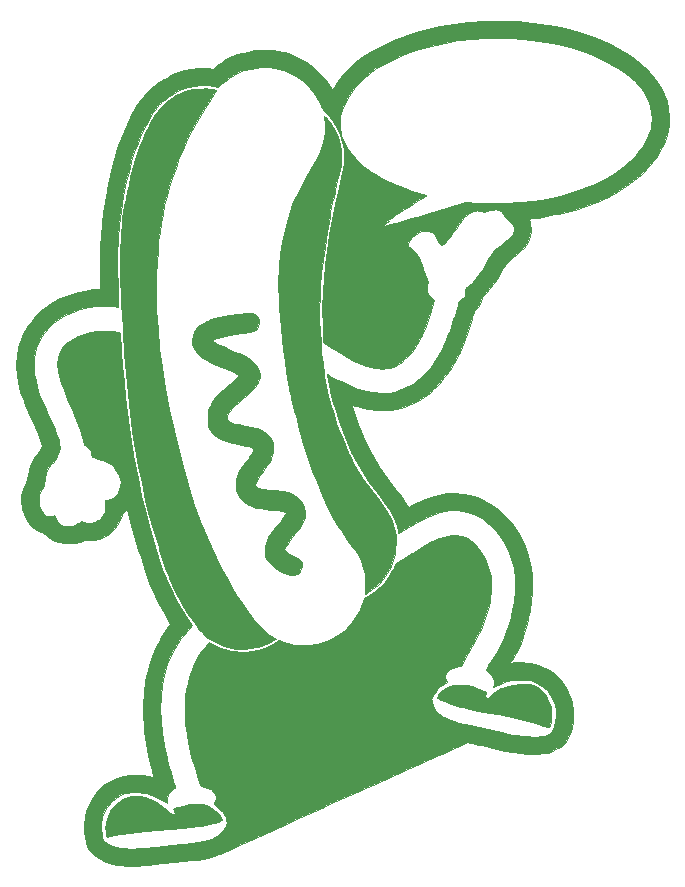
<source format=gts>
G04 #@! TF.GenerationSoftware,KiCad,Pcbnew,8.0.3*
G04 #@! TF.CreationDate,2024-07-03T13:17:04-05:00*
G04 #@! TF.ProjectId,SAO_AMAMW,53414f5f-414d-4414-9d57-2e6b69636164,rev?*
G04 #@! TF.SameCoordinates,Original*
G04 #@! TF.FileFunction,Soldermask,Top*
G04 #@! TF.FilePolarity,Negative*
%FSLAX46Y46*%
G04 Gerber Fmt 4.6, Leading zero omitted, Abs format (unit mm)*
G04 Created by KiCad (PCBNEW 8.0.3) date 2024-07-03 13:17:04*
%MOMM*%
%LPD*%
G01*
G04 APERTURE LIST*
%ADD10C,0.010000*%
%ADD11O,1.727200X1.727200*%
%ADD12R,1.727200X1.727200*%
%ADD13C,1.727200*%
G04 APERTURE END LIST*
D10*
X125185173Y-125207124D02*
X125591748Y-125297963D01*
X126005128Y-125436521D01*
X126413271Y-125618629D01*
X126804136Y-125840118D01*
X127165684Y-126096819D01*
X127485873Y-126384560D01*
X127544562Y-126446193D01*
X127714434Y-126615295D01*
X127849257Y-126714527D01*
X127956605Y-126747174D01*
X128044050Y-126716524D01*
X128081945Y-126679372D01*
X128109292Y-126620963D01*
X128098567Y-126537383D01*
X128064191Y-126441255D01*
X128024585Y-126333724D01*
X128005905Y-126265454D01*
X128006487Y-126254737D01*
X128060912Y-126230826D01*
X128179267Y-126192632D01*
X128343065Y-126145258D01*
X128533818Y-126093808D01*
X128733039Y-126043383D01*
X128922240Y-125999087D01*
X128971853Y-125988275D01*
X129495665Y-125898738D01*
X129965240Y-125867420D01*
X130388955Y-125895552D01*
X130775193Y-125984367D01*
X131132333Y-126135098D01*
X131468755Y-126348978D01*
X131479581Y-126357112D01*
X131672450Y-126522908D01*
X131843465Y-126707634D01*
X131980488Y-126894734D01*
X132071381Y-127067648D01*
X132104008Y-127208862D01*
X132070281Y-127254826D01*
X131966621Y-127309440D01*
X131789312Y-127374123D01*
X131534637Y-127450297D01*
X131323198Y-127507339D01*
X131146591Y-127552286D01*
X130973910Y-127593089D01*
X130798492Y-127630519D01*
X130613671Y-127665350D01*
X130412785Y-127698355D01*
X130189167Y-127730307D01*
X129936155Y-127761979D01*
X129647084Y-127794144D01*
X129315289Y-127827575D01*
X128934106Y-127863044D01*
X128496871Y-127901326D01*
X127996920Y-127943192D01*
X127427588Y-127989416D01*
X126782211Y-128040771D01*
X126600675Y-128055095D01*
X125722402Y-128130372D01*
X124926839Y-128211333D01*
X124212207Y-128298212D01*
X123576725Y-128391242D01*
X123018611Y-128490657D01*
X122611186Y-128578584D01*
X122368197Y-128636081D01*
X122324221Y-128482988D01*
X122299746Y-128365378D01*
X122276001Y-128197242D01*
X122257700Y-128012628D01*
X122256111Y-127991229D01*
X122266073Y-127552723D01*
X122354777Y-127123721D01*
X122516302Y-126712859D01*
X122744727Y-126328774D01*
X123034132Y-125980102D01*
X123378595Y-125675479D01*
X123772197Y-125423543D01*
X124126679Y-125262623D01*
X124440598Y-125185285D01*
X124797443Y-125168175D01*
X125185173Y-125207124D01*
G36*
X125185173Y-125207124D02*
G01*
X125591748Y-125297963D01*
X126005128Y-125436521D01*
X126413271Y-125618629D01*
X126804136Y-125840118D01*
X127165684Y-126096819D01*
X127485873Y-126384560D01*
X127544562Y-126446193D01*
X127714434Y-126615295D01*
X127849257Y-126714527D01*
X127956605Y-126747174D01*
X128044050Y-126716524D01*
X128081945Y-126679372D01*
X128109292Y-126620963D01*
X128098567Y-126537383D01*
X128064191Y-126441255D01*
X128024585Y-126333724D01*
X128005905Y-126265454D01*
X128006487Y-126254737D01*
X128060912Y-126230826D01*
X128179267Y-126192632D01*
X128343065Y-126145258D01*
X128533818Y-126093808D01*
X128733039Y-126043383D01*
X128922240Y-125999087D01*
X128971853Y-125988275D01*
X129495665Y-125898738D01*
X129965240Y-125867420D01*
X130388955Y-125895552D01*
X130775193Y-125984367D01*
X131132333Y-126135098D01*
X131468755Y-126348978D01*
X131479581Y-126357112D01*
X131672450Y-126522908D01*
X131843465Y-126707634D01*
X131980488Y-126894734D01*
X132071381Y-127067648D01*
X132104008Y-127208862D01*
X132070281Y-127254826D01*
X131966621Y-127309440D01*
X131789312Y-127374123D01*
X131534637Y-127450297D01*
X131323198Y-127507339D01*
X131146591Y-127552286D01*
X130973910Y-127593089D01*
X130798492Y-127630519D01*
X130613671Y-127665350D01*
X130412785Y-127698355D01*
X130189167Y-127730307D01*
X129936155Y-127761979D01*
X129647084Y-127794144D01*
X129315289Y-127827575D01*
X128934106Y-127863044D01*
X128496871Y-127901326D01*
X127996920Y-127943192D01*
X127427588Y-127989416D01*
X126782211Y-128040771D01*
X126600675Y-128055095D01*
X125722402Y-128130372D01*
X124926839Y-128211333D01*
X124212207Y-128298212D01*
X123576725Y-128391242D01*
X123018611Y-128490657D01*
X122611186Y-128578584D01*
X122368197Y-128636081D01*
X122324221Y-128482988D01*
X122299746Y-128365378D01*
X122276001Y-128197242D01*
X122257700Y-128012628D01*
X122256111Y-127991229D01*
X122266073Y-127552723D01*
X122354777Y-127123721D01*
X122516302Y-126712859D01*
X122744727Y-126328774D01*
X123034132Y-125980102D01*
X123378595Y-125675479D01*
X123772197Y-125423543D01*
X124126679Y-125262623D01*
X124440598Y-125185285D01*
X124797443Y-125168175D01*
X125185173Y-125207124D01*
G37*
X158216262Y-115739853D02*
X158490610Y-115820951D01*
X158835579Y-115993892D01*
X159151215Y-116239180D01*
X159429843Y-116547311D01*
X159663790Y-116908784D01*
X159845381Y-117314096D01*
X159934926Y-117609434D01*
X159971901Y-117817188D01*
X159995243Y-118069837D01*
X160004450Y-118339561D01*
X159999022Y-118598536D01*
X159978457Y-118818944D01*
X159958548Y-118921474D01*
X159901088Y-119132647D01*
X159855177Y-119271188D01*
X159816549Y-119347643D01*
X159780942Y-119372557D01*
X159776142Y-119372548D01*
X159717060Y-119357038D01*
X159598552Y-119318457D01*
X159440479Y-119263432D01*
X159334917Y-119225285D01*
X158879321Y-119072125D01*
X158340359Y-118915725D01*
X157719259Y-118756384D01*
X157017248Y-118594401D01*
X156235553Y-118430077D01*
X155450842Y-118277793D01*
X154839810Y-118162807D01*
X154304327Y-118060661D01*
X153836544Y-117969579D01*
X153428614Y-117887787D01*
X153072690Y-117813509D01*
X152760923Y-117744970D01*
X152485466Y-117680393D01*
X152238472Y-117618004D01*
X152012093Y-117556028D01*
X151798481Y-117492688D01*
X151589789Y-117426209D01*
X151391439Y-117359391D01*
X151139315Y-117268153D01*
X150899338Y-117173197D01*
X150684119Y-117080342D01*
X150506269Y-116995407D01*
X150378397Y-116924210D01*
X150313115Y-116872570D01*
X150307342Y-116859174D01*
X150328642Y-116798605D01*
X150383413Y-116694617D01*
X150432697Y-116612973D01*
X150590941Y-116421166D01*
X150816308Y-116229656D01*
X151092120Y-116050798D01*
X151395792Y-115899483D01*
X151535429Y-115841105D01*
X151648746Y-115801465D01*
X151758110Y-115776983D01*
X151885889Y-115764081D01*
X152054452Y-115759180D01*
X152275842Y-115758681D01*
X152584043Y-115764978D01*
X152827715Y-115783772D01*
X153026317Y-115816875D01*
X153101342Y-115835584D01*
X153249913Y-115881040D01*
X153436156Y-115944653D01*
X153644365Y-116020274D01*
X153858837Y-116101749D01*
X154063866Y-116182928D01*
X154243748Y-116257660D01*
X154382778Y-116319792D01*
X154465253Y-116363174D01*
X154480245Y-116375697D01*
X154477772Y-116437123D01*
X154438490Y-116519267D01*
X154378240Y-116659679D01*
X154388749Y-116779387D01*
X154422142Y-116827929D01*
X154523120Y-116876223D01*
X154645999Y-116846369D01*
X154784490Y-116740055D01*
X154796954Y-116727367D01*
X154982780Y-116563023D01*
X155225425Y-116390169D01*
X155500539Y-116224367D01*
X155783768Y-116081181D01*
X155860966Y-116047365D01*
X156358896Y-115867394D01*
X156854995Y-115745658D01*
X157337659Y-115683157D01*
X157795282Y-115680889D01*
X158216262Y-115739853D01*
G36*
X158216262Y-115739853D02*
G01*
X158490610Y-115820951D01*
X158835579Y-115993892D01*
X159151215Y-116239180D01*
X159429843Y-116547311D01*
X159663790Y-116908784D01*
X159845381Y-117314096D01*
X159934926Y-117609434D01*
X159971901Y-117817188D01*
X159995243Y-118069837D01*
X160004450Y-118339561D01*
X159999022Y-118598536D01*
X159978457Y-118818944D01*
X159958548Y-118921474D01*
X159901088Y-119132647D01*
X159855177Y-119271188D01*
X159816549Y-119347643D01*
X159780942Y-119372557D01*
X159776142Y-119372548D01*
X159717060Y-119357038D01*
X159598552Y-119318457D01*
X159440479Y-119263432D01*
X159334917Y-119225285D01*
X158879321Y-119072125D01*
X158340359Y-118915725D01*
X157719259Y-118756384D01*
X157017248Y-118594401D01*
X156235553Y-118430077D01*
X155450842Y-118277793D01*
X154839810Y-118162807D01*
X154304327Y-118060661D01*
X153836544Y-117969579D01*
X153428614Y-117887787D01*
X153072690Y-117813509D01*
X152760923Y-117744970D01*
X152485466Y-117680393D01*
X152238472Y-117618004D01*
X152012093Y-117556028D01*
X151798481Y-117492688D01*
X151589789Y-117426209D01*
X151391439Y-117359391D01*
X151139315Y-117268153D01*
X150899338Y-117173197D01*
X150684119Y-117080342D01*
X150506269Y-116995407D01*
X150378397Y-116924210D01*
X150313115Y-116872570D01*
X150307342Y-116859174D01*
X150328642Y-116798605D01*
X150383413Y-116694617D01*
X150432697Y-116612973D01*
X150590941Y-116421166D01*
X150816308Y-116229656D01*
X151092120Y-116050798D01*
X151395792Y-115899483D01*
X151535429Y-115841105D01*
X151648746Y-115801465D01*
X151758110Y-115776983D01*
X151885889Y-115764081D01*
X152054452Y-115759180D01*
X152275842Y-115758681D01*
X152584043Y-115764978D01*
X152827715Y-115783772D01*
X153026317Y-115816875D01*
X153101342Y-115835584D01*
X153249913Y-115881040D01*
X153436156Y-115944653D01*
X153644365Y-116020274D01*
X153858837Y-116101749D01*
X154063866Y-116182928D01*
X154243748Y-116257660D01*
X154382778Y-116319792D01*
X154465253Y-116363174D01*
X154480245Y-116375697D01*
X154477772Y-116437123D01*
X154438490Y-116519267D01*
X154378240Y-116659679D01*
X154388749Y-116779387D01*
X154422142Y-116827929D01*
X154523120Y-116876223D01*
X154645999Y-116846369D01*
X154784490Y-116740055D01*
X154796954Y-116727367D01*
X154982780Y-116563023D01*
X155225425Y-116390169D01*
X155500539Y-116224367D01*
X155783768Y-116081181D01*
X155860966Y-116047365D01*
X156358896Y-115867394D01*
X156854995Y-115745658D01*
X157337659Y-115683157D01*
X157795282Y-115680889D01*
X158216262Y-115739853D01*
G37*
X131056612Y-65291251D02*
X131283243Y-65313060D01*
X131350567Y-65324543D01*
X131634292Y-65380229D01*
X131232439Y-65994062D01*
X130658850Y-66893787D01*
X130143482Y-67754185D01*
X129679244Y-68589809D01*
X129259048Y-69415210D01*
X128875801Y-70244940D01*
X128522415Y-71093552D01*
X128191798Y-71975597D01*
X127900591Y-72832363D01*
X127653722Y-73622618D01*
X127437133Y-74385317D01*
X127248837Y-75132634D01*
X127086847Y-75876742D01*
X126949177Y-76629816D01*
X126833840Y-77404029D01*
X126738850Y-78211555D01*
X126662220Y-79064569D01*
X126601964Y-79975244D01*
X126556095Y-80955753D01*
X126550452Y-81106317D01*
X126528756Y-82547872D01*
X126566269Y-84048234D01*
X126662795Y-85605881D01*
X126818141Y-87219288D01*
X127032113Y-88886933D01*
X127304517Y-90607292D01*
X127635158Y-92378841D01*
X128023842Y-94200058D01*
X128444486Y-95966062D01*
X128865151Y-97561069D01*
X129312258Y-99082395D01*
X129788330Y-100537578D01*
X130295892Y-101934154D01*
X130837469Y-103279661D01*
X131088859Y-103861229D01*
X131516932Y-104793499D01*
X131967135Y-105703775D01*
X132434699Y-106584209D01*
X132914851Y-107426953D01*
X133402823Y-108224160D01*
X133893842Y-108967982D01*
X134383138Y-109650573D01*
X134865941Y-110264083D01*
X135250068Y-110706196D01*
X135530921Y-111003033D01*
X135780920Y-111242569D01*
X136015819Y-111438186D01*
X136251371Y-111603267D01*
X136437415Y-111714792D01*
X136685655Y-111854588D01*
X136585581Y-111931845D01*
X136457558Y-112016120D01*
X136273525Y-112118776D01*
X136056683Y-112228292D01*
X135830233Y-112333147D01*
X135617376Y-112421822D01*
X135542900Y-112449588D01*
X135041675Y-112594199D01*
X134502990Y-112688166D01*
X133951388Y-112729692D01*
X133411413Y-112716980D01*
X132907607Y-112648234D01*
X132887175Y-112644003D01*
X132299253Y-112486368D01*
X131744446Y-112269940D01*
X131233712Y-112000480D01*
X130778010Y-111683752D01*
X130396756Y-111334516D01*
X130197937Y-111105963D01*
X129969756Y-110813178D01*
X129719919Y-110468049D01*
X129456133Y-110082467D01*
X129186102Y-109668320D01*
X128917533Y-109237497D01*
X128658131Y-108801888D01*
X128415603Y-108373381D01*
X128197653Y-107963867D01*
X128145557Y-107861161D01*
X127998871Y-107561210D01*
X127860265Y-107260785D01*
X127726071Y-106950102D01*
X127592621Y-106619375D01*
X127456247Y-106258818D01*
X127313281Y-105858645D01*
X127160056Y-105409071D01*
X126992902Y-104900310D01*
X126808153Y-104322576D01*
X126749394Y-104136395D01*
X126348298Y-102807200D01*
X125977473Y-101462199D01*
X125635940Y-100095409D01*
X125322715Y-98700847D01*
X125036816Y-97272530D01*
X124777263Y-95804474D01*
X124543073Y-94290696D01*
X124333264Y-92725213D01*
X124146854Y-91102043D01*
X123982863Y-89415200D01*
X123840307Y-87658704D01*
X123718205Y-85826569D01*
X123703242Y-85573229D01*
X123642952Y-84494333D01*
X123592606Y-83493115D01*
X123552474Y-82563140D01*
X123522823Y-81697976D01*
X123503924Y-80891187D01*
X123496044Y-80136341D01*
X123499452Y-79427001D01*
X123514417Y-78756735D01*
X123541209Y-78119109D01*
X123580096Y-77507687D01*
X123631346Y-76916038D01*
X123695229Y-76337725D01*
X123772014Y-75766315D01*
X123861969Y-75195375D01*
X123965363Y-74618469D01*
X124082465Y-74029164D01*
X124210430Y-73435004D01*
X124364163Y-72766169D01*
X124513807Y-72164807D01*
X124664976Y-71614281D01*
X124823281Y-71097955D01*
X124994333Y-70599193D01*
X125183745Y-70101357D01*
X125397126Y-69587811D01*
X125640090Y-69041919D01*
X125830279Y-68632683D01*
X126055400Y-68168661D01*
X126263033Y-67774075D01*
X126462004Y-67437891D01*
X126661140Y-67149072D01*
X126869270Y-66896583D01*
X127095220Y-66669388D01*
X127347819Y-66456451D01*
X127635893Y-66246736D01*
X127855171Y-66101229D01*
X128254493Y-65855598D01*
X128613659Y-65663540D01*
X128952362Y-65518740D01*
X129290294Y-65414884D01*
X129647147Y-65345655D01*
X130042612Y-65304738D01*
X130389508Y-65288444D01*
X130761173Y-65283139D01*
X131056612Y-65291251D01*
G36*
X131056612Y-65291251D02*
G01*
X131283243Y-65313060D01*
X131350567Y-65324543D01*
X131634292Y-65380229D01*
X131232439Y-65994062D01*
X130658850Y-66893787D01*
X130143482Y-67754185D01*
X129679244Y-68589809D01*
X129259048Y-69415210D01*
X128875801Y-70244940D01*
X128522415Y-71093552D01*
X128191798Y-71975597D01*
X127900591Y-72832363D01*
X127653722Y-73622618D01*
X127437133Y-74385317D01*
X127248837Y-75132634D01*
X127086847Y-75876742D01*
X126949177Y-76629816D01*
X126833840Y-77404029D01*
X126738850Y-78211555D01*
X126662220Y-79064569D01*
X126601964Y-79975244D01*
X126556095Y-80955753D01*
X126550452Y-81106317D01*
X126528756Y-82547872D01*
X126566269Y-84048234D01*
X126662795Y-85605881D01*
X126818141Y-87219288D01*
X127032113Y-88886933D01*
X127304517Y-90607292D01*
X127635158Y-92378841D01*
X128023842Y-94200058D01*
X128444486Y-95966062D01*
X128865151Y-97561069D01*
X129312258Y-99082395D01*
X129788330Y-100537578D01*
X130295892Y-101934154D01*
X130837469Y-103279661D01*
X131088859Y-103861229D01*
X131516932Y-104793499D01*
X131967135Y-105703775D01*
X132434699Y-106584209D01*
X132914851Y-107426953D01*
X133402823Y-108224160D01*
X133893842Y-108967982D01*
X134383138Y-109650573D01*
X134865941Y-110264083D01*
X135250068Y-110706196D01*
X135530921Y-111003033D01*
X135780920Y-111242569D01*
X136015819Y-111438186D01*
X136251371Y-111603267D01*
X136437415Y-111714792D01*
X136685655Y-111854588D01*
X136585581Y-111931845D01*
X136457558Y-112016120D01*
X136273525Y-112118776D01*
X136056683Y-112228292D01*
X135830233Y-112333147D01*
X135617376Y-112421822D01*
X135542900Y-112449588D01*
X135041675Y-112594199D01*
X134502990Y-112688166D01*
X133951388Y-112729692D01*
X133411413Y-112716980D01*
X132907607Y-112648234D01*
X132887175Y-112644003D01*
X132299253Y-112486368D01*
X131744446Y-112269940D01*
X131233712Y-112000480D01*
X130778010Y-111683752D01*
X130396756Y-111334516D01*
X130197937Y-111105963D01*
X129969756Y-110813178D01*
X129719919Y-110468049D01*
X129456133Y-110082467D01*
X129186102Y-109668320D01*
X128917533Y-109237497D01*
X128658131Y-108801888D01*
X128415603Y-108373381D01*
X128197653Y-107963867D01*
X128145557Y-107861161D01*
X127998871Y-107561210D01*
X127860265Y-107260785D01*
X127726071Y-106950102D01*
X127592621Y-106619375D01*
X127456247Y-106258818D01*
X127313281Y-105858645D01*
X127160056Y-105409071D01*
X126992902Y-104900310D01*
X126808153Y-104322576D01*
X126749394Y-104136395D01*
X126348298Y-102807200D01*
X125977473Y-101462199D01*
X125635940Y-100095409D01*
X125322715Y-98700847D01*
X125036816Y-97272530D01*
X124777263Y-95804474D01*
X124543073Y-94290696D01*
X124333264Y-92725213D01*
X124146854Y-91102043D01*
X123982863Y-89415200D01*
X123840307Y-87658704D01*
X123718205Y-85826569D01*
X123703242Y-85573229D01*
X123642952Y-84494333D01*
X123592606Y-83493115D01*
X123552474Y-82563140D01*
X123522823Y-81697976D01*
X123503924Y-80891187D01*
X123496044Y-80136341D01*
X123499452Y-79427001D01*
X123514417Y-78756735D01*
X123541209Y-78119109D01*
X123580096Y-77507687D01*
X123631346Y-76916038D01*
X123695229Y-76337725D01*
X123772014Y-75766315D01*
X123861969Y-75195375D01*
X123965363Y-74618469D01*
X124082465Y-74029164D01*
X124210430Y-73435004D01*
X124364163Y-72766169D01*
X124513807Y-72164807D01*
X124664976Y-71614281D01*
X124823281Y-71097955D01*
X124994333Y-70599193D01*
X125183745Y-70101357D01*
X125397126Y-69587811D01*
X125640090Y-69041919D01*
X125830279Y-68632683D01*
X126055400Y-68168661D01*
X126263033Y-67774075D01*
X126462004Y-67437891D01*
X126661140Y-67149072D01*
X126869270Y-66896583D01*
X127095220Y-66669388D01*
X127347819Y-66456451D01*
X127635893Y-66246736D01*
X127855171Y-66101229D01*
X128254493Y-65855598D01*
X128613659Y-65663540D01*
X128952362Y-65518740D01*
X129290294Y-65414884D01*
X129647147Y-65345655D01*
X130042612Y-65304738D01*
X130389508Y-65288444D01*
X130761173Y-65283139D01*
X131056612Y-65291251D01*
G37*
X140807071Y-67660531D02*
X140887290Y-67734162D01*
X140988657Y-67839657D01*
X141100426Y-67965734D01*
X141211848Y-68101109D01*
X141312178Y-68234500D01*
X141329242Y-68258895D01*
X141652938Y-68796013D01*
X141906955Y-69363050D01*
X142089284Y-69950266D01*
X142197918Y-70547919D01*
X142230849Y-71146268D01*
X142186069Y-71735572D01*
X142118886Y-72090062D01*
X141957168Y-72779476D01*
X141813936Y-73396934D01*
X141687059Y-73952599D01*
X141574408Y-74456635D01*
X141473854Y-74919203D01*
X141383266Y-75350468D01*
X141300515Y-75760591D01*
X141223472Y-76159735D01*
X141150007Y-76558065D01*
X141077990Y-76965742D01*
X141005291Y-77392929D01*
X140995847Y-77449423D01*
X140804415Y-78665935D01*
X140648104Y-79812581D01*
X140526247Y-80896226D01*
X140438181Y-81923734D01*
X140383238Y-82901973D01*
X140360753Y-83837807D01*
X140360098Y-84006895D01*
X140371562Y-84886621D01*
X140406048Y-85798083D01*
X140461986Y-86723009D01*
X140537808Y-87643127D01*
X140631944Y-88540166D01*
X140742826Y-89395853D01*
X140868884Y-90191917D01*
X140911440Y-90427172D01*
X141025713Y-90964751D01*
X141177368Y-91562178D01*
X141361760Y-92205802D01*
X141574243Y-92881973D01*
X141810172Y-93577041D01*
X142064900Y-94277354D01*
X142333782Y-94969262D01*
X142612171Y-95639116D01*
X142895423Y-96273263D01*
X142916463Y-96318426D01*
X143238174Y-96954824D01*
X143627112Y-97630598D01*
X144084148Y-98347076D01*
X144610156Y-99105583D01*
X145206009Y-99907445D01*
X145666082Y-100496451D01*
X145998843Y-100943870D01*
X146265524Y-101371818D01*
X146475352Y-101799516D01*
X146637556Y-102246182D01*
X146761364Y-102731038D01*
X146777990Y-102812247D01*
X146803810Y-102953770D01*
X146821068Y-103085458D01*
X146830187Y-103224824D01*
X146831589Y-103389382D01*
X146825697Y-103596646D01*
X146812934Y-103864131D01*
X146806325Y-103986022D01*
X146780583Y-104365573D01*
X146746468Y-104681231D01*
X146699248Y-104953694D01*
X146634186Y-105203657D01*
X146546549Y-105451818D01*
X146431602Y-105718872D01*
X146389047Y-105810073D01*
X146098277Y-106332962D01*
X145738294Y-106827549D01*
X145321848Y-107279654D01*
X144861688Y-107675100D01*
X144475289Y-107938328D01*
X144355439Y-108009218D01*
X144267264Y-108058128D01*
X144233254Y-108073395D01*
X144227986Y-108033759D01*
X144227226Y-107925379D01*
X144230775Y-107764046D01*
X144238436Y-107565552D01*
X144240068Y-107530616D01*
X144242556Y-106939463D01*
X144187815Y-106386619D01*
X144071422Y-105844744D01*
X143888956Y-105286496D01*
X143868402Y-105232595D01*
X143785928Y-105039906D01*
X143681867Y-104838394D01*
X143548940Y-104616400D01*
X143379869Y-104362267D01*
X143167377Y-104064334D01*
X142987914Y-103822164D01*
X142733823Y-103473923D01*
X142455636Y-103076658D01*
X142170205Y-102655457D01*
X141894377Y-102235402D01*
X141645003Y-101841581D01*
X141521318Y-101638729D01*
X141304698Y-101252102D01*
X141072311Y-100790838D01*
X140827239Y-100262837D01*
X140572567Y-99676002D01*
X140311375Y-99038237D01*
X140046748Y-98357445D01*
X139781769Y-97641527D01*
X139519520Y-96898387D01*
X139263084Y-96135928D01*
X139015545Y-95362051D01*
X138812914Y-94696062D01*
X138737096Y-94433137D01*
X138648907Y-94114817D01*
X138551962Y-93755248D01*
X138449876Y-93368578D01*
X138346264Y-92968955D01*
X138244741Y-92570527D01*
X138148922Y-92187440D01*
X138062422Y-91833843D01*
X137988856Y-91523883D01*
X137931838Y-91271708D01*
X137904286Y-91140062D01*
X137732729Y-90228421D01*
X137575345Y-89299323D01*
X137432716Y-88360350D01*
X137305422Y-87419078D01*
X137194046Y-86483090D01*
X137099170Y-85559962D01*
X137021375Y-84657276D01*
X136961243Y-83782610D01*
X136919356Y-82943544D01*
X136896295Y-82147657D01*
X136892643Y-81402528D01*
X136908980Y-80715738D01*
X136945890Y-80094864D01*
X137003952Y-79547488D01*
X137010758Y-79498395D01*
X137133276Y-78711033D01*
X137272267Y-77955754D01*
X137425379Y-77242528D01*
X137590259Y-76581322D01*
X137764554Y-75982107D01*
X137945912Y-75454851D01*
X137994814Y-75328562D01*
X138243447Y-74738146D01*
X138535325Y-74104355D01*
X138859317Y-73448715D01*
X139204292Y-72792749D01*
X139559120Y-72157983D01*
X139912672Y-71565940D01*
X140066588Y-71321994D01*
X140332171Y-70865038D01*
X140535798Y-70409720D01*
X140685052Y-69933892D01*
X140787518Y-69415403D01*
X140826961Y-69101307D01*
X140842908Y-68863546D01*
X140846552Y-68596794D01*
X140839010Y-68322900D01*
X140821396Y-68063711D01*
X140794827Y-67841078D01*
X140760419Y-67676849D01*
X140753066Y-67653991D01*
X140758748Y-67630046D01*
X140807071Y-67660531D01*
G36*
X140807071Y-67660531D02*
G01*
X140887290Y-67734162D01*
X140988657Y-67839657D01*
X141100426Y-67965734D01*
X141211848Y-68101109D01*
X141312178Y-68234500D01*
X141329242Y-68258895D01*
X141652938Y-68796013D01*
X141906955Y-69363050D01*
X142089284Y-69950266D01*
X142197918Y-70547919D01*
X142230849Y-71146268D01*
X142186069Y-71735572D01*
X142118886Y-72090062D01*
X141957168Y-72779476D01*
X141813936Y-73396934D01*
X141687059Y-73952599D01*
X141574408Y-74456635D01*
X141473854Y-74919203D01*
X141383266Y-75350468D01*
X141300515Y-75760591D01*
X141223472Y-76159735D01*
X141150007Y-76558065D01*
X141077990Y-76965742D01*
X141005291Y-77392929D01*
X140995847Y-77449423D01*
X140804415Y-78665935D01*
X140648104Y-79812581D01*
X140526247Y-80896226D01*
X140438181Y-81923734D01*
X140383238Y-82901973D01*
X140360753Y-83837807D01*
X140360098Y-84006895D01*
X140371562Y-84886621D01*
X140406048Y-85798083D01*
X140461986Y-86723009D01*
X140537808Y-87643127D01*
X140631944Y-88540166D01*
X140742826Y-89395853D01*
X140868884Y-90191917D01*
X140911440Y-90427172D01*
X141025713Y-90964751D01*
X141177368Y-91562178D01*
X141361760Y-92205802D01*
X141574243Y-92881973D01*
X141810172Y-93577041D01*
X142064900Y-94277354D01*
X142333782Y-94969262D01*
X142612171Y-95639116D01*
X142895423Y-96273263D01*
X142916463Y-96318426D01*
X143238174Y-96954824D01*
X143627112Y-97630598D01*
X144084148Y-98347076D01*
X144610156Y-99105583D01*
X145206009Y-99907445D01*
X145666082Y-100496451D01*
X145998843Y-100943870D01*
X146265524Y-101371818D01*
X146475352Y-101799516D01*
X146637556Y-102246182D01*
X146761364Y-102731038D01*
X146777990Y-102812247D01*
X146803810Y-102953770D01*
X146821068Y-103085458D01*
X146830187Y-103224824D01*
X146831589Y-103389382D01*
X146825697Y-103596646D01*
X146812934Y-103864131D01*
X146806325Y-103986022D01*
X146780583Y-104365573D01*
X146746468Y-104681231D01*
X146699248Y-104953694D01*
X146634186Y-105203657D01*
X146546549Y-105451818D01*
X146431602Y-105718872D01*
X146389047Y-105810073D01*
X146098277Y-106332962D01*
X145738294Y-106827549D01*
X145321848Y-107279654D01*
X144861688Y-107675100D01*
X144475289Y-107938328D01*
X144355439Y-108009218D01*
X144267264Y-108058128D01*
X144233254Y-108073395D01*
X144227986Y-108033759D01*
X144227226Y-107925379D01*
X144230775Y-107764046D01*
X144238436Y-107565552D01*
X144240068Y-107530616D01*
X144242556Y-106939463D01*
X144187815Y-106386619D01*
X144071422Y-105844744D01*
X143888956Y-105286496D01*
X143868402Y-105232595D01*
X143785928Y-105039906D01*
X143681867Y-104838394D01*
X143548940Y-104616400D01*
X143379869Y-104362267D01*
X143167377Y-104064334D01*
X142987914Y-103822164D01*
X142733823Y-103473923D01*
X142455636Y-103076658D01*
X142170205Y-102655457D01*
X141894377Y-102235402D01*
X141645003Y-101841581D01*
X141521318Y-101638729D01*
X141304698Y-101252102D01*
X141072311Y-100790838D01*
X140827239Y-100262837D01*
X140572567Y-99676002D01*
X140311375Y-99038237D01*
X140046748Y-98357445D01*
X139781769Y-97641527D01*
X139519520Y-96898387D01*
X139263084Y-96135928D01*
X139015545Y-95362051D01*
X138812914Y-94696062D01*
X138737096Y-94433137D01*
X138648907Y-94114817D01*
X138551962Y-93755248D01*
X138449876Y-93368578D01*
X138346264Y-92968955D01*
X138244741Y-92570527D01*
X138148922Y-92187440D01*
X138062422Y-91833843D01*
X137988856Y-91523883D01*
X137931838Y-91271708D01*
X137904286Y-91140062D01*
X137732729Y-90228421D01*
X137575345Y-89299323D01*
X137432716Y-88360350D01*
X137305422Y-87419078D01*
X137194046Y-86483090D01*
X137099170Y-85559962D01*
X137021375Y-84657276D01*
X136961243Y-83782610D01*
X136919356Y-82943544D01*
X136896295Y-82147657D01*
X136892643Y-81402528D01*
X136908980Y-80715738D01*
X136945890Y-80094864D01*
X137003952Y-79547488D01*
X137010758Y-79498395D01*
X137133276Y-78711033D01*
X137272267Y-77955754D01*
X137425379Y-77242528D01*
X137590259Y-76581322D01*
X137764554Y-75982107D01*
X137945912Y-75454851D01*
X137994814Y-75328562D01*
X138243447Y-74738146D01*
X138535325Y-74104355D01*
X138859317Y-73448715D01*
X139204292Y-72792749D01*
X139559120Y-72157983D01*
X139912672Y-71565940D01*
X140066588Y-71321994D01*
X140332171Y-70865038D01*
X140535798Y-70409720D01*
X140685052Y-69933892D01*
X140787518Y-69415403D01*
X140826961Y-69101307D01*
X140842908Y-68863546D01*
X140846552Y-68596794D01*
X140839010Y-68322900D01*
X140821396Y-68063711D01*
X140794827Y-67841078D01*
X140760419Y-67676849D01*
X140753066Y-67653991D01*
X140758748Y-67630046D01*
X140807071Y-67660531D01*
G37*
X134602253Y-84277444D02*
X134713023Y-84301028D01*
X134805499Y-84341310D01*
X134890573Y-84398900D01*
X134979138Y-84474407D01*
X134982713Y-84477632D01*
X135133674Y-84654795D01*
X135214345Y-84857645D01*
X135230917Y-85103225D01*
X135227669Y-85152091D01*
X135171770Y-85398832D01*
X135054062Y-85606864D01*
X134884599Y-85760827D01*
X134799682Y-85805990D01*
X134695877Y-85837944D01*
X134522318Y-85876109D01*
X134293447Y-85917810D01*
X134023708Y-85960371D01*
X133790500Y-85992938D01*
X133232438Y-86071714D01*
X132752236Y-86150917D01*
X132343095Y-86232089D01*
X131998217Y-86316773D01*
X131710800Y-86406514D01*
X131474048Y-86502855D01*
X131413289Y-86532557D01*
X131245748Y-86618031D01*
X131367961Y-86701120D01*
X131573843Y-86824728D01*
X131850808Y-86965412D01*
X132188210Y-87118149D01*
X132575401Y-87277913D01*
X132663649Y-87312512D01*
X133263858Y-87559408D01*
X133782014Y-87801654D01*
X134217638Y-88038965D01*
X134570247Y-88271054D01*
X134839362Y-88497637D01*
X135022231Y-88714982D01*
X135154750Y-88958890D01*
X135249457Y-89222956D01*
X135298508Y-89479693D01*
X135297436Y-89679562D01*
X135253599Y-89908274D01*
X135181602Y-90122449D01*
X135074771Y-90330850D01*
X134926431Y-90542243D01*
X134729907Y-90765393D01*
X134478523Y-91009064D01*
X134165605Y-91282021D01*
X133928023Y-91477701D01*
X133536449Y-91804341D01*
X133215102Y-92094204D01*
X132960312Y-92351833D01*
X132768408Y-92581771D01*
X132635717Y-92788563D01*
X132558570Y-92976752D01*
X132533295Y-93150881D01*
X132535306Y-93201391D01*
X132554217Y-93297496D01*
X132598838Y-93380723D01*
X132676905Y-93454255D01*
X132796151Y-93521275D01*
X132964308Y-93584968D01*
X133189112Y-93648516D01*
X133478296Y-93715103D01*
X133839593Y-93787912D01*
X134062476Y-93830022D01*
X134550025Y-93929056D01*
X134961712Y-94032790D01*
X135306343Y-94145876D01*
X135592721Y-94272965D01*
X135829652Y-94418710D01*
X136025941Y-94587763D01*
X136190393Y-94784776D01*
X136331812Y-95014401D01*
X136342610Y-95034729D01*
X136389281Y-95134545D01*
X136418962Y-95234943D01*
X136435325Y-95359143D01*
X136442039Y-95530367D01*
X136442964Y-95669729D01*
X136427569Y-95985695D01*
X136377302Y-96281872D01*
X136286511Y-96571625D01*
X136149544Y-96868318D01*
X135960748Y-97185313D01*
X135714471Y-97535976D01*
X135577550Y-97715841D01*
X135348419Y-98016122D01*
X135172329Y-98260989D01*
X135046010Y-98458250D01*
X134966189Y-98615716D01*
X134929595Y-98741196D01*
X134932957Y-98842498D01*
X134973002Y-98927434D01*
X135040225Y-98998516D01*
X135144068Y-99069581D01*
X135281434Y-99128604D01*
X135462502Y-99177793D01*
X135697450Y-99219357D01*
X135996457Y-99255506D01*
X136369702Y-99288449D01*
X136379675Y-99289220D01*
X136728976Y-99317617D01*
X137008739Y-99344393D01*
X137234000Y-99371907D01*
X137419794Y-99402520D01*
X137581156Y-99438590D01*
X137733121Y-99482477D01*
X137839866Y-99518378D01*
X138187682Y-99678140D01*
X138497259Y-99894314D01*
X138759071Y-100155787D01*
X138963590Y-100451444D01*
X139101290Y-100770173D01*
X139159328Y-101057648D01*
X139160424Y-101339104D01*
X139108614Y-101625317D01*
X139000211Y-101924634D01*
X138831529Y-102245400D01*
X138598881Y-102595963D01*
X138319629Y-102958819D01*
X138067777Y-103271201D01*
X137865404Y-103527203D01*
X137706721Y-103734588D01*
X137585942Y-103901117D01*
X137497279Y-104034552D01*
X137434945Y-104142655D01*
X137430394Y-104151476D01*
X137347032Y-104314723D01*
X137445437Y-104420637D01*
X137520234Y-104478833D01*
X137653925Y-104561777D01*
X137828422Y-104658967D01*
X138025637Y-104759904D01*
X138051842Y-104772677D01*
X138336931Y-104918684D01*
X138550537Y-105049681D01*
X138701974Y-105175971D01*
X138800553Y-105307858D01*
X138855585Y-105455643D01*
X138876384Y-105629630D01*
X138877342Y-105686004D01*
X138839802Y-105915041D01*
X138737733Y-106134586D01*
X138616300Y-106282791D01*
X138442063Y-106401483D01*
X138233982Y-106477537D01*
X138020449Y-106504662D01*
X137829855Y-106476568D01*
X137797842Y-106464145D01*
X137721863Y-106431186D01*
X137591239Y-106374915D01*
X137429169Y-106305316D01*
X137358378Y-106274973D01*
X136891567Y-106043501D01*
X136501290Y-105783101D01*
X136188436Y-105496091D01*
X135953892Y-105184787D01*
X135798545Y-104851505D01*
X135723282Y-104498562D01*
X135728991Y-104128276D01*
X135816558Y-103742963D01*
X135986872Y-103344939D01*
X136137672Y-103087745D01*
X136232275Y-102951387D01*
X136366580Y-102770927D01*
X136525146Y-102566510D01*
X136692527Y-102358277D01*
X136754976Y-102282643D01*
X136919879Y-102080723D01*
X137080225Y-101877521D01*
X137221159Y-101692329D01*
X137327826Y-101544441D01*
X137357567Y-101500055D01*
X137527551Y-101237057D01*
X137437059Y-101163781D01*
X137364599Y-101115055D01*
X137272342Y-101074904D01*
X137148935Y-101041189D01*
X136983021Y-101011775D01*
X136763247Y-100984525D01*
X136478258Y-100957301D01*
X136231508Y-100936929D01*
X135747976Y-100891198D01*
X135337424Y-100834512D01*
X134988483Y-100763239D01*
X134689784Y-100673745D01*
X134429956Y-100562398D01*
X134197632Y-100425566D01*
X133981442Y-100259616D01*
X133908180Y-100194621D01*
X133663998Y-99925748D01*
X133470859Y-99620318D01*
X133335952Y-99295306D01*
X133266469Y-98967684D01*
X133266385Y-98679603D01*
X133308347Y-98410864D01*
X133373069Y-98159610D01*
X133466960Y-97913367D01*
X133596433Y-97659662D01*
X133767898Y-97386020D01*
X133987767Y-97079968D01*
X134262450Y-96729033D01*
X134280315Y-96706895D01*
X134406443Y-96537957D01*
X134528642Y-96351748D01*
X134638204Y-96164421D01*
X134726421Y-95992132D01*
X134784582Y-95851035D01*
X134803982Y-95757285D01*
X134801006Y-95740976D01*
X134744481Y-95696130D01*
X134609867Y-95643275D01*
X134403194Y-95584000D01*
X134130494Y-95519890D01*
X133797799Y-95452534D01*
X133501008Y-95398846D01*
X133087444Y-95320905D01*
X132742018Y-95240543D01*
X132448230Y-95153082D01*
X132189581Y-95053843D01*
X132040508Y-94984784D01*
X131667371Y-94762961D01*
X131366529Y-94500430D01*
X131133799Y-94192803D01*
X130977902Y-93870562D01*
X130939064Y-93745476D01*
X130914738Y-93602547D01*
X130902453Y-93419667D01*
X130899733Y-93174731D01*
X130899745Y-93172062D01*
X130902987Y-92948245D01*
X130913296Y-92781281D01*
X130935151Y-92643394D01*
X130973032Y-92506808D01*
X131031416Y-92343750D01*
X131034728Y-92334998D01*
X131148713Y-92066789D01*
X131284077Y-91814897D01*
X131448691Y-91570090D01*
X131650427Y-91323136D01*
X131897155Y-91064802D01*
X132196746Y-90785856D01*
X132557071Y-90477066D01*
X132761865Y-90309083D01*
X132966693Y-90141629D01*
X133154737Y-89985324D01*
X133313664Y-89850619D01*
X133431142Y-89747968D01*
X133494744Y-89687923D01*
X133594313Y-89580244D01*
X133429678Y-89476314D01*
X133231202Y-89359650D01*
X132998689Y-89240123D01*
X132719975Y-89112108D01*
X132382893Y-88969979D01*
X132036197Y-88831837D01*
X131603976Y-88658514D01*
X131242102Y-88502372D01*
X130939570Y-88357128D01*
X130685377Y-88216502D01*
X130468518Y-88074213D01*
X130277989Y-87923980D01*
X130102786Y-87759521D01*
X130036424Y-87690373D01*
X129827986Y-87435203D01*
X129690715Y-87182555D01*
X129615173Y-86909044D01*
X129591921Y-86591289D01*
X129591920Y-86589229D01*
X129623619Y-86240050D01*
X129720937Y-85928902D01*
X129887212Y-85651675D01*
X130125780Y-85404257D01*
X130439976Y-85182540D01*
X130833136Y-84982412D01*
X130929448Y-84941334D01*
X131211554Y-84835984D01*
X131531978Y-84738797D01*
X131899949Y-84647700D01*
X132324698Y-84560624D01*
X132815454Y-84475497D01*
X133381446Y-84390248D01*
X133392698Y-84388655D01*
X133758348Y-84337894D01*
X134051234Y-84300782D01*
X134282252Y-84277931D01*
X134462293Y-84269948D01*
X134602253Y-84277444D01*
G36*
X134602253Y-84277444D02*
G01*
X134713023Y-84301028D01*
X134805499Y-84341310D01*
X134890573Y-84398900D01*
X134979138Y-84474407D01*
X134982713Y-84477632D01*
X135133674Y-84654795D01*
X135214345Y-84857645D01*
X135230917Y-85103225D01*
X135227669Y-85152091D01*
X135171770Y-85398832D01*
X135054062Y-85606864D01*
X134884599Y-85760827D01*
X134799682Y-85805990D01*
X134695877Y-85837944D01*
X134522318Y-85876109D01*
X134293447Y-85917810D01*
X134023708Y-85960371D01*
X133790500Y-85992938D01*
X133232438Y-86071714D01*
X132752236Y-86150917D01*
X132343095Y-86232089D01*
X131998217Y-86316773D01*
X131710800Y-86406514D01*
X131474048Y-86502855D01*
X131413289Y-86532557D01*
X131245748Y-86618031D01*
X131367961Y-86701120D01*
X131573843Y-86824728D01*
X131850808Y-86965412D01*
X132188210Y-87118149D01*
X132575401Y-87277913D01*
X132663649Y-87312512D01*
X133263858Y-87559408D01*
X133782014Y-87801654D01*
X134217638Y-88038965D01*
X134570247Y-88271054D01*
X134839362Y-88497637D01*
X135022231Y-88714982D01*
X135154750Y-88958890D01*
X135249457Y-89222956D01*
X135298508Y-89479693D01*
X135297436Y-89679562D01*
X135253599Y-89908274D01*
X135181602Y-90122449D01*
X135074771Y-90330850D01*
X134926431Y-90542243D01*
X134729907Y-90765393D01*
X134478523Y-91009064D01*
X134165605Y-91282021D01*
X133928023Y-91477701D01*
X133536449Y-91804341D01*
X133215102Y-92094204D01*
X132960312Y-92351833D01*
X132768408Y-92581771D01*
X132635717Y-92788563D01*
X132558570Y-92976752D01*
X132533295Y-93150881D01*
X132535306Y-93201391D01*
X132554217Y-93297496D01*
X132598838Y-93380723D01*
X132676905Y-93454255D01*
X132796151Y-93521275D01*
X132964308Y-93584968D01*
X133189112Y-93648516D01*
X133478296Y-93715103D01*
X133839593Y-93787912D01*
X134062476Y-93830022D01*
X134550025Y-93929056D01*
X134961712Y-94032790D01*
X135306343Y-94145876D01*
X135592721Y-94272965D01*
X135829652Y-94418710D01*
X136025941Y-94587763D01*
X136190393Y-94784776D01*
X136331812Y-95014401D01*
X136342610Y-95034729D01*
X136389281Y-95134545D01*
X136418962Y-95234943D01*
X136435325Y-95359143D01*
X136442039Y-95530367D01*
X136442964Y-95669729D01*
X136427569Y-95985695D01*
X136377302Y-96281872D01*
X136286511Y-96571625D01*
X136149544Y-96868318D01*
X135960748Y-97185313D01*
X135714471Y-97535976D01*
X135577550Y-97715841D01*
X135348419Y-98016122D01*
X135172329Y-98260989D01*
X135046010Y-98458250D01*
X134966189Y-98615716D01*
X134929595Y-98741196D01*
X134932957Y-98842498D01*
X134973002Y-98927434D01*
X135040225Y-98998516D01*
X135144068Y-99069581D01*
X135281434Y-99128604D01*
X135462502Y-99177793D01*
X135697450Y-99219357D01*
X135996457Y-99255506D01*
X136369702Y-99288449D01*
X136379675Y-99289220D01*
X136728976Y-99317617D01*
X137008739Y-99344393D01*
X137234000Y-99371907D01*
X137419794Y-99402520D01*
X137581156Y-99438590D01*
X137733121Y-99482477D01*
X137839866Y-99518378D01*
X138187682Y-99678140D01*
X138497259Y-99894314D01*
X138759071Y-100155787D01*
X138963590Y-100451444D01*
X139101290Y-100770173D01*
X139159328Y-101057648D01*
X139160424Y-101339104D01*
X139108614Y-101625317D01*
X139000211Y-101924634D01*
X138831529Y-102245400D01*
X138598881Y-102595963D01*
X138319629Y-102958819D01*
X138067777Y-103271201D01*
X137865404Y-103527203D01*
X137706721Y-103734588D01*
X137585942Y-103901117D01*
X137497279Y-104034552D01*
X137434945Y-104142655D01*
X137430394Y-104151476D01*
X137347032Y-104314723D01*
X137445437Y-104420637D01*
X137520234Y-104478833D01*
X137653925Y-104561777D01*
X137828422Y-104658967D01*
X138025637Y-104759904D01*
X138051842Y-104772677D01*
X138336931Y-104918684D01*
X138550537Y-105049681D01*
X138701974Y-105175971D01*
X138800553Y-105307858D01*
X138855585Y-105455643D01*
X138876384Y-105629630D01*
X138877342Y-105686004D01*
X138839802Y-105915041D01*
X138737733Y-106134586D01*
X138616300Y-106282791D01*
X138442063Y-106401483D01*
X138233982Y-106477537D01*
X138020449Y-106504662D01*
X137829855Y-106476568D01*
X137797842Y-106464145D01*
X137721863Y-106431186D01*
X137591239Y-106374915D01*
X137429169Y-106305316D01*
X137358378Y-106274973D01*
X136891567Y-106043501D01*
X136501290Y-105783101D01*
X136188436Y-105496091D01*
X135953892Y-105184787D01*
X135798545Y-104851505D01*
X135723282Y-104498562D01*
X135728991Y-104128276D01*
X135816558Y-103742963D01*
X135986872Y-103344939D01*
X136137672Y-103087745D01*
X136232275Y-102951387D01*
X136366580Y-102770927D01*
X136525146Y-102566510D01*
X136692527Y-102358277D01*
X136754976Y-102282643D01*
X136919879Y-102080723D01*
X137080225Y-101877521D01*
X137221159Y-101692329D01*
X137327826Y-101544441D01*
X137357567Y-101500055D01*
X137527551Y-101237057D01*
X137437059Y-101163781D01*
X137364599Y-101115055D01*
X137272342Y-101074904D01*
X137148935Y-101041189D01*
X136983021Y-101011775D01*
X136763247Y-100984525D01*
X136478258Y-100957301D01*
X136231508Y-100936929D01*
X135747976Y-100891198D01*
X135337424Y-100834512D01*
X134988483Y-100763239D01*
X134689784Y-100673745D01*
X134429956Y-100562398D01*
X134197632Y-100425566D01*
X133981442Y-100259616D01*
X133908180Y-100194621D01*
X133663998Y-99925748D01*
X133470859Y-99620318D01*
X133335952Y-99295306D01*
X133266469Y-98967684D01*
X133266385Y-98679603D01*
X133308347Y-98410864D01*
X133373069Y-98159610D01*
X133466960Y-97913367D01*
X133596433Y-97659662D01*
X133767898Y-97386020D01*
X133987767Y-97079968D01*
X134262450Y-96729033D01*
X134280315Y-96706895D01*
X134406443Y-96537957D01*
X134528642Y-96351748D01*
X134638204Y-96164421D01*
X134726421Y-95992132D01*
X134784582Y-95851035D01*
X134803982Y-95757285D01*
X134801006Y-95740976D01*
X134744481Y-95696130D01*
X134609867Y-95643275D01*
X134403194Y-95584000D01*
X134130494Y-95519890D01*
X133797799Y-95452534D01*
X133501008Y-95398846D01*
X133087444Y-95320905D01*
X132742018Y-95240543D01*
X132448230Y-95153082D01*
X132189581Y-95053843D01*
X132040508Y-94984784D01*
X131667371Y-94762961D01*
X131366529Y-94500430D01*
X131133799Y-94192803D01*
X130977902Y-93870562D01*
X130939064Y-93745476D01*
X130914738Y-93602547D01*
X130902453Y-93419667D01*
X130899733Y-93174731D01*
X130899745Y-93172062D01*
X130902987Y-92948245D01*
X130913296Y-92781281D01*
X130935151Y-92643394D01*
X130973032Y-92506808D01*
X131031416Y-92343750D01*
X131034728Y-92334998D01*
X131148713Y-92066789D01*
X131284077Y-91814897D01*
X131448691Y-91570090D01*
X131650427Y-91323136D01*
X131897155Y-91064802D01*
X132196746Y-90785856D01*
X132557071Y-90477066D01*
X132761865Y-90309083D01*
X132966693Y-90141629D01*
X133154737Y-89985324D01*
X133313664Y-89850619D01*
X133431142Y-89747968D01*
X133494744Y-89687923D01*
X133594313Y-89580244D01*
X133429678Y-89476314D01*
X133231202Y-89359650D01*
X132998689Y-89240123D01*
X132719975Y-89112108D01*
X132382893Y-88969979D01*
X132036197Y-88831837D01*
X131603976Y-88658514D01*
X131242102Y-88502372D01*
X130939570Y-88357128D01*
X130685377Y-88216502D01*
X130468518Y-88074213D01*
X130277989Y-87923980D01*
X130102786Y-87759521D01*
X130036424Y-87690373D01*
X129827986Y-87435203D01*
X129690715Y-87182555D01*
X129615173Y-86909044D01*
X129591921Y-86591289D01*
X129591920Y-86589229D01*
X129623619Y-86240050D01*
X129720937Y-85928902D01*
X129887212Y-85651675D01*
X130125780Y-85404257D01*
X130439976Y-85182540D01*
X130833136Y-84982412D01*
X130929448Y-84941334D01*
X131211554Y-84835984D01*
X131531978Y-84738797D01*
X131899949Y-84647700D01*
X132324698Y-84560624D01*
X132815454Y-84475497D01*
X133381446Y-84390248D01*
X133392698Y-84388655D01*
X133758348Y-84337894D01*
X134051234Y-84300782D01*
X134282252Y-84277931D01*
X134462293Y-84269948D01*
X134602253Y-84277444D01*
G37*
X156133440Y-59580806D02*
X156574683Y-59586517D01*
X156979714Y-59595832D01*
X157335108Y-59608809D01*
X157627442Y-59625508D01*
X157758008Y-59636449D01*
X159057987Y-59792642D01*
X160293362Y-60000951D01*
X161466808Y-60262094D01*
X162580999Y-60576784D01*
X163638611Y-60945738D01*
X164642316Y-61369672D01*
X165145175Y-61612763D01*
X165867490Y-62000389D01*
X166517151Y-62398216D01*
X167106161Y-62815016D01*
X167646519Y-63259562D01*
X168150227Y-63740629D01*
X168361227Y-63963825D01*
X168829946Y-64528856D01*
X169219548Y-65114409D01*
X169529484Y-65717158D01*
X169759208Y-66333780D01*
X169908172Y-66960951D01*
X169975829Y-67595346D01*
X169961632Y-68233642D01*
X169865033Y-68872513D01*
X169685484Y-69508637D01*
X169422440Y-70138688D01*
X169389013Y-70206229D01*
X169236327Y-70486067D01*
X169042700Y-70804823D01*
X168824123Y-71138747D01*
X168596588Y-71464091D01*
X168376085Y-71757105D01*
X168206084Y-71963062D01*
X167663493Y-72523948D01*
X167044670Y-73056692D01*
X166353998Y-73559023D01*
X165595861Y-74028672D01*
X164774643Y-74463368D01*
X163894729Y-74860840D01*
X162960502Y-75218819D01*
X161976346Y-75535033D01*
X160946646Y-75807213D01*
X160652189Y-75874907D01*
X160305607Y-75948689D01*
X159930808Y-76022684D01*
X159547927Y-76093364D01*
X159177093Y-76157198D01*
X158838439Y-76210656D01*
X158552098Y-76250208D01*
X158435342Y-76263614D01*
X158290161Y-76280477D01*
X158180672Y-76296528D01*
X158132800Y-76307579D01*
X158130237Y-76352537D01*
X158150453Y-76454797D01*
X158185717Y-76580961D01*
X158239523Y-76833610D01*
X158264006Y-77128808D01*
X158258797Y-77431225D01*
X158223531Y-77705530D01*
X158198470Y-77807962D01*
X158110928Y-78057614D01*
X157996206Y-78291307D01*
X157846274Y-78518822D01*
X157653098Y-78749940D01*
X157408646Y-78994442D01*
X157104886Y-79262110D01*
X156800984Y-79509655D01*
X156562297Y-79701744D01*
X156379839Y-79856923D01*
X156241457Y-79988205D01*
X156134998Y-80108604D01*
X156048311Y-80231134D01*
X155969242Y-80368808D01*
X155932805Y-80439376D01*
X155672397Y-80919281D01*
X155378570Y-81398281D01*
X155065300Y-81855906D01*
X154746565Y-82271683D01*
X154450839Y-82609895D01*
X154277245Y-82808671D01*
X154172924Y-82965628D01*
X154139436Y-83054395D01*
X154065525Y-83284952D01*
X153941588Y-83539098D01*
X153783616Y-83787416D01*
X153649808Y-83955065D01*
X153559392Y-84060078D01*
X153491043Y-84154112D01*
X153435703Y-84256355D01*
X153384311Y-84385994D01*
X153327806Y-84562215D01*
X153270018Y-84759398D01*
X152950911Y-85782988D01*
X152605835Y-86727446D01*
X152233796Y-87594542D01*
X151833802Y-88386042D01*
X151404858Y-89103716D01*
X150945971Y-89749331D01*
X150456149Y-90324655D01*
X149934397Y-90831457D01*
X149788457Y-90956328D01*
X149235268Y-91382967D01*
X148688322Y-91733106D01*
X148133973Y-92012542D01*
X147558576Y-92227074D01*
X146948485Y-92382498D01*
X146290053Y-92484612D01*
X146158675Y-92498434D01*
X145679839Y-92519980D01*
X145153156Y-92498801D01*
X144602262Y-92437549D01*
X144050788Y-92338875D01*
X143522368Y-92205431D01*
X143507056Y-92200900D01*
X143338975Y-92151782D01*
X143206249Y-92114619D01*
X143126224Y-92094176D01*
X143110675Y-92092042D01*
X143124735Y-92148280D01*
X143163906Y-92271222D01*
X143223677Y-92448258D01*
X143299533Y-92666777D01*
X143386962Y-92914170D01*
X143481453Y-93177824D01*
X143578490Y-93445130D01*
X143673563Y-93703478D01*
X143762158Y-93940256D01*
X143839763Y-94142855D01*
X143889480Y-94268348D01*
X144179293Y-94954701D01*
X144476083Y-95596086D01*
X144787952Y-96205930D01*
X145123003Y-96797656D01*
X145489337Y-97384691D01*
X145895058Y-97980458D01*
X146348266Y-98598384D01*
X146857064Y-99251892D01*
X147018045Y-99452303D01*
X147170575Y-99648094D01*
X147327973Y-99862378D01*
X147480166Y-100080125D01*
X147617082Y-100286304D01*
X147728649Y-100465885D01*
X147804794Y-100603840D01*
X147830881Y-100665187D01*
X147847938Y-100692402D01*
X147884045Y-100698866D01*
X147951097Y-100680468D01*
X148060989Y-100633100D01*
X148225614Y-100552649D01*
X148373392Y-100477716D01*
X149115319Y-100131338D01*
X149831207Y-99864017D01*
X150524351Y-99675387D01*
X151198046Y-99565081D01*
X151855588Y-99532733D01*
X152500273Y-99577978D01*
X153135396Y-99700450D01*
X153721808Y-99883870D01*
X154370517Y-100168991D01*
X154985322Y-100528693D01*
X155562415Y-100958418D01*
X156097988Y-101453608D01*
X156588232Y-102009706D01*
X157029339Y-102622156D01*
X157417500Y-103286399D01*
X157748907Y-103997878D01*
X158019751Y-104752036D01*
X158137537Y-105167858D01*
X158282828Y-105837032D01*
X158373173Y-106511880D01*
X158408577Y-107203540D01*
X158389047Y-107923151D01*
X158314587Y-108681850D01*
X158185204Y-109490778D01*
X158139820Y-109724395D01*
X157937386Y-110592345D01*
X157687874Y-111423375D01*
X157395241Y-112206749D01*
X157063445Y-112931732D01*
X156745325Y-113507737D01*
X156653749Y-113662277D01*
X156581588Y-113789632D01*
X156538391Y-113872634D01*
X156530342Y-113894236D01*
X156566755Y-113907302D01*
X156656726Y-113900716D01*
X156680721Y-113896606D01*
X156836502Y-113879012D01*
X157053963Y-113869930D01*
X157310606Y-113868816D01*
X157583931Y-113875127D01*
X157851438Y-113888319D01*
X158090627Y-113907847D01*
X158278998Y-113933168D01*
X158291836Y-113935550D01*
X158892260Y-114090834D01*
X159449178Y-114317410D01*
X159959064Y-114611938D01*
X160418390Y-114971078D01*
X160823633Y-115391489D01*
X161171264Y-115869831D01*
X161457760Y-116402765D01*
X161679592Y-116986949D01*
X161741440Y-117203418D01*
X161795861Y-117476418D01*
X161834234Y-117804065D01*
X161855204Y-118157627D01*
X161857415Y-118508368D01*
X161839513Y-118827555D01*
X161824111Y-118956149D01*
X161755969Y-119307894D01*
X161656735Y-119664916D01*
X161533933Y-120007545D01*
X161395090Y-120316110D01*
X161247729Y-120570942D01*
X161162906Y-120684497D01*
X161004025Y-120836965D01*
X160783128Y-120998835D01*
X160520303Y-121158837D01*
X160235638Y-121305699D01*
X159949222Y-121428151D01*
X159684175Y-121514137D01*
X159322444Y-121587195D01*
X158917064Y-121628509D01*
X158463938Y-121637651D01*
X157958967Y-121614196D01*
X157398055Y-121557717D01*
X156777105Y-121467788D01*
X156092019Y-121343983D01*
X155338700Y-121185875D01*
X154513052Y-120993037D01*
X154392508Y-120963504D01*
X154103068Y-120893253D01*
X153822128Y-120826963D01*
X153566663Y-120768495D01*
X153353651Y-120721714D01*
X153200067Y-120690481D01*
X153164842Y-120684164D01*
X152868508Y-120634216D01*
X151979508Y-121037402D01*
X151635653Y-121193234D01*
X151226418Y-121378498D01*
X150763621Y-121587854D01*
X150259077Y-121815962D01*
X149724605Y-122057482D01*
X149172020Y-122307074D01*
X148613141Y-122559398D01*
X148059783Y-122809114D01*
X147598008Y-123017402D01*
X147270109Y-123165311D01*
X146896807Y-123333768D01*
X146509849Y-123508443D01*
X146140982Y-123675006D01*
X145862342Y-123800876D01*
X145622391Y-123909288D01*
X145312989Y-124049063D01*
X144941351Y-124216945D01*
X144514690Y-124409675D01*
X144040220Y-124623994D01*
X143525156Y-124856644D01*
X142976712Y-125104367D01*
X142402102Y-125363905D01*
X141808541Y-125631999D01*
X141203242Y-125905390D01*
X140593420Y-126180821D01*
X139986288Y-126455034D01*
X139389062Y-126724768D01*
X138808955Y-126986768D01*
X138253182Y-127237773D01*
X137728956Y-127474526D01*
X137243492Y-127693769D01*
X136804005Y-127892242D01*
X136417708Y-128066688D01*
X136091815Y-128213849D01*
X135833541Y-128330466D01*
X135765842Y-128361030D01*
X135113873Y-128655418D01*
X134534469Y-128917088D01*
X134022984Y-129148067D01*
X133574774Y-129350382D01*
X133185194Y-129526057D01*
X132849598Y-129677121D01*
X132563341Y-129805597D01*
X132321778Y-129913514D01*
X132120264Y-130002897D01*
X131954154Y-130075772D01*
X131818804Y-130134165D01*
X131709567Y-130180103D01*
X131621799Y-130215612D01*
X131550855Y-130242718D01*
X131492089Y-130263447D01*
X131440857Y-130279825D01*
X131392514Y-130293879D01*
X131342413Y-130307634D01*
X131285912Y-130323118D01*
X131234053Y-130337800D01*
X130892198Y-130422447D01*
X130475550Y-130500398D01*
X129981453Y-130572056D01*
X129407253Y-130637822D01*
X128984283Y-130678091D01*
X128625760Y-130711894D01*
X128217078Y-130753722D01*
X127791937Y-130799921D01*
X127384036Y-130846833D01*
X127045175Y-130888476D01*
X126432980Y-130963274D01*
X125893022Y-131020956D01*
X125414733Y-131062062D01*
X124987545Y-131087127D01*
X124600889Y-131096689D01*
X124244196Y-131091286D01*
X123906898Y-131071456D01*
X123743175Y-131056396D01*
X123415254Y-131021693D01*
X123156316Y-130991183D01*
X122950975Y-130961986D01*
X122783843Y-130931220D01*
X122639533Y-130896003D01*
X122502658Y-130853453D01*
X122357831Y-130800688D01*
X122338730Y-130793357D01*
X121923062Y-130605316D01*
X121545174Y-130379147D01*
X121218763Y-130124727D01*
X120957524Y-129851926D01*
X120871506Y-129735685D01*
X120716121Y-129447803D01*
X120590660Y-129095628D01*
X120498481Y-128695257D01*
X120442939Y-128262786D01*
X120427394Y-127814315D01*
X120433136Y-127633873D01*
X120501659Y-127043313D01*
X120642100Y-126472602D01*
X120849307Y-125929086D01*
X121118126Y-125420108D01*
X121443406Y-124953012D01*
X121819993Y-124535143D01*
X122242736Y-124173846D01*
X122706482Y-123876464D01*
X123206078Y-123650342D01*
X123235175Y-123639877D01*
X123763571Y-123492069D01*
X124328600Y-123406187D01*
X124907651Y-123383667D01*
X125478113Y-123425946D01*
X125782829Y-123477927D01*
X125970542Y-123518256D01*
X126132301Y-123555182D01*
X126246771Y-123583715D01*
X126286506Y-123595698D01*
X126314058Y-123606237D01*
X126332910Y-123607224D01*
X126341329Y-123588775D01*
X126337579Y-123541003D01*
X126319924Y-123454024D01*
X126286629Y-123317952D01*
X126235959Y-123122902D01*
X126166178Y-122858988D01*
X126139488Y-122758224D01*
X125894901Y-121737051D01*
X125697691Y-120705944D01*
X125552878Y-119692874D01*
X125502161Y-119207062D01*
X125484367Y-118948323D01*
X125471313Y-118629285D01*
X125463008Y-118269465D01*
X125459460Y-117888378D01*
X125460678Y-117505540D01*
X125466669Y-117140467D01*
X125477442Y-116812677D01*
X125493006Y-116541685D01*
X125500993Y-116449297D01*
X125637257Y-115450191D01*
X125844255Y-114491518D01*
X126121182Y-113575984D01*
X126467229Y-112706298D01*
X126838032Y-111963330D01*
X126972056Y-111729051D01*
X127125262Y-111475391D01*
X127284327Y-111223248D01*
X127435930Y-110993524D01*
X127566748Y-110807119D01*
X127618591Y-110738732D01*
X127736659Y-110588902D01*
X127355032Y-109955565D01*
X127123243Y-109557478D01*
X126885599Y-109125022D01*
X126653080Y-108679691D01*
X126436668Y-108242981D01*
X126247342Y-107836388D01*
X126114635Y-107527381D01*
X125960408Y-107132783D01*
X125790332Y-106668820D01*
X125608480Y-106148417D01*
X125418930Y-105584498D01*
X125225754Y-104989987D01*
X125033030Y-104377809D01*
X124844833Y-103760888D01*
X124665237Y-103152147D01*
X124498318Y-102564511D01*
X124348152Y-102010905D01*
X124231097Y-101554062D01*
X124180125Y-101349952D01*
X124135217Y-101173259D01*
X124100893Y-101041554D01*
X124081677Y-100972411D01*
X124080606Y-100969168D01*
X124045709Y-100951324D01*
X123965496Y-100986817D01*
X123870052Y-101050696D01*
X123738340Y-101162243D01*
X123663346Y-101276271D01*
X123635480Y-101360423D01*
X123477968Y-101828636D01*
X123253944Y-102244655D01*
X122962164Y-102610218D01*
X122601385Y-102927061D01*
X122427948Y-103046690D01*
X122059556Y-103249611D01*
X121670103Y-103403216D01*
X121279163Y-103501974D01*
X120906308Y-103540353D01*
X120707398Y-103532901D01*
X120571207Y-103528215D01*
X120431236Y-103545394D01*
X120260555Y-103589218D01*
X120102508Y-103640302D01*
X119908589Y-103701378D01*
X119736211Y-103742089D01*
X119554543Y-103767550D01*
X119332758Y-103782875D01*
X119213508Y-103787760D01*
X118742315Y-103778499D01*
X118325500Y-103712299D01*
X117951510Y-103585341D01*
X117608792Y-103393804D01*
X117313823Y-103159680D01*
X117112622Y-102996379D01*
X116934237Y-102896530D01*
X116849986Y-102867465D01*
X116557422Y-102747180D01*
X116267703Y-102554364D01*
X115990664Y-102300866D01*
X115736141Y-101998533D01*
X115513966Y-101659212D01*
X115333976Y-101294751D01*
X115206004Y-100916998D01*
X115195255Y-100874024D01*
X115155914Y-100639901D01*
X115134348Y-100357945D01*
X115130623Y-100058219D01*
X115144805Y-99770785D01*
X115176962Y-99525706D01*
X115192127Y-99456873D01*
X115251591Y-99254029D01*
X115329394Y-99033291D01*
X115415009Y-98821145D01*
X115497910Y-98644077D01*
X115553207Y-98548395D01*
X115592381Y-98457707D01*
X115632981Y-98310421D01*
X115667750Y-98134159D01*
X115675543Y-98082729D01*
X115756454Y-97630408D01*
X115867737Y-97238471D01*
X116018862Y-96885256D01*
X116219302Y-96549100D01*
X116478526Y-96208341D01*
X116512947Y-96167391D01*
X116634787Y-96012096D01*
X116742311Y-95854446D01*
X116816404Y-95723015D01*
X116827759Y-95696851D01*
X116900441Y-95511815D01*
X116738628Y-95029855D01*
X116659110Y-94809390D01*
X116554622Y-94543036D01*
X116437433Y-94260944D01*
X116319812Y-93993262D01*
X116292674Y-93934062D01*
X116102246Y-93522250D01*
X115943442Y-93177617D01*
X115812052Y-92890633D01*
X115703865Y-92651765D01*
X115614671Y-92451485D01*
X115540257Y-92280261D01*
X115476415Y-92128564D01*
X115418932Y-91986861D01*
X115363599Y-91845624D01*
X115322288Y-91737721D01*
X115056961Y-90947357D01*
X114866724Y-90171760D01*
X114751811Y-89414648D01*
X114721659Y-88851582D01*
X116171950Y-88851582D01*
X116232198Y-89522748D01*
X116253743Y-89661902D01*
X116331231Y-90057519D01*
X116436370Y-90466487D01*
X116572829Y-90899165D01*
X116744277Y-91365910D01*
X116954382Y-91877080D01*
X117206812Y-92443031D01*
X117339544Y-92727562D01*
X117585119Y-93256974D01*
X117791111Y-93722281D01*
X117960862Y-94132357D01*
X118097715Y-94496073D01*
X118205014Y-94822304D01*
X118286100Y-95119923D01*
X118343243Y-95391753D01*
X118377141Y-95614944D01*
X118384314Y-95780222D01*
X118361942Y-95910898D01*
X118307203Y-96030283D01*
X118256607Y-96107673D01*
X118151503Y-96301563D01*
X118112664Y-96493343D01*
X118101145Y-96600737D01*
X118072658Y-96680458D01*
X118011930Y-96756119D01*
X117903690Y-96851336D01*
X117855966Y-96890243D01*
X117617392Y-97118362D01*
X117416306Y-97379311D01*
X117270215Y-97648717D01*
X117227385Y-97765229D01*
X117193035Y-97899907D01*
X117154020Y-98088407D01*
X117116309Y-98300556D01*
X117097555Y-98421395D01*
X117061722Y-98639551D01*
X117020139Y-98815703D01*
X116962461Y-98981776D01*
X116878345Y-99169691D01*
X116810807Y-99306353D01*
X116716118Y-99496258D01*
X116653111Y-99635185D01*
X116615333Y-99747749D01*
X116596330Y-99858565D01*
X116589651Y-99992246D01*
X116588842Y-100153020D01*
X116592065Y-100358605D01*
X116605070Y-100508192D01*
X116632859Y-100630312D01*
X116680436Y-100753497D01*
X116702634Y-100802030D01*
X116860408Y-101092194D01*
X117026574Y-101302610D01*
X117206716Y-101438151D01*
X117406419Y-101503688D01*
X117516078Y-101511728D01*
X117663836Y-101496684D01*
X117789870Y-101458699D01*
X117817566Y-101443642D01*
X117894633Y-101401954D01*
X117930425Y-101413565D01*
X117938411Y-101433059D01*
X118062064Y-101757696D01*
X118222637Y-102007956D01*
X118425404Y-102187989D01*
X118675639Y-102301949D01*
X118978616Y-102353987D01*
X119113770Y-102358395D01*
X119391560Y-102326528D01*
X119666978Y-102238656D01*
X119908202Y-102106377D01*
X119995206Y-102037186D01*
X120151994Y-101895538D01*
X120381251Y-101983099D01*
X120702732Y-102062147D01*
X121029868Y-102059561D01*
X121351969Y-101976783D01*
X121658343Y-101815252D01*
X121666059Y-101809976D01*
X121903151Y-101614252D01*
X122072722Y-101394271D01*
X122179952Y-101138196D01*
X122230023Y-100834192D01*
X122231012Y-100519420D01*
X122210989Y-100135895D01*
X122409143Y-100129755D01*
X122661876Y-100081239D01*
X122900422Y-99958434D01*
X123115035Y-99771600D01*
X123295973Y-99530999D01*
X123433491Y-99246891D01*
X123510713Y-98969770D01*
X123531746Y-98641025D01*
X123478592Y-98304268D01*
X123359437Y-97971066D01*
X123182467Y-97652988D01*
X122955867Y-97361599D01*
X122687822Y-97108467D01*
X122386518Y-96905159D01*
X122060141Y-96763242D01*
X121922842Y-96725904D01*
X121661129Y-96661215D01*
X121445123Y-96592630D01*
X121241053Y-96510063D01*
X121128787Y-96455479D01*
X121074194Y-96402418D01*
X121056523Y-96320487D01*
X121055008Y-96237561D01*
X121014816Y-95991217D01*
X120898584Y-95775235D01*
X120712831Y-95601198D01*
X120687455Y-95584490D01*
X120572988Y-95513526D01*
X120487387Y-95463423D01*
X120459018Y-95449091D01*
X120435937Y-95405086D01*
X120401741Y-95296710D01*
X120361916Y-95142614D01*
X120337916Y-95037411D01*
X120273247Y-94769941D01*
X120189845Y-94479497D01*
X120084711Y-94157885D01*
X119954846Y-93796909D01*
X119797251Y-93388372D01*
X119608928Y-92924080D01*
X119386878Y-92395836D01*
X119280766Y-92148115D01*
X119033305Y-91565389D01*
X118822382Y-91050710D01*
X118645735Y-90596867D01*
X118501105Y-90196654D01*
X118386233Y-89842861D01*
X118298858Y-89528280D01*
X118236720Y-89245703D01*
X118197561Y-88987920D01*
X118179119Y-88747723D01*
X118176967Y-88627135D01*
X118217180Y-88181403D01*
X118333402Y-87766443D01*
X118521865Y-87384665D01*
X118778801Y-87038483D01*
X119100444Y-86730309D01*
X119483025Y-86462555D01*
X119922777Y-86237632D01*
X120415933Y-86057954D01*
X120958726Y-85925931D01*
X121547387Y-85843978D01*
X122178150Y-85814505D01*
X122557842Y-85822233D01*
X122792536Y-85833758D01*
X123007163Y-85846551D01*
X123182713Y-85859315D01*
X123300175Y-85870755D01*
X123326392Y-85874625D01*
X123362372Y-85879117D01*
X123391645Y-85883325D01*
X123415454Y-85895248D01*
X123435043Y-85922884D01*
X123451656Y-85974233D01*
X123466537Y-86057292D01*
X123480929Y-86180061D01*
X123496077Y-86350539D01*
X123513225Y-86576724D01*
X123533616Y-86866615D01*
X123558494Y-87228211D01*
X123575767Y-87478229D01*
X123674131Y-88762401D01*
X123791636Y-90064207D01*
X123926318Y-91366857D01*
X124076213Y-92653564D01*
X124239358Y-93907539D01*
X124413787Y-95111994D01*
X124597537Y-96250140D01*
X124611673Y-96332554D01*
X124829147Y-97537602D01*
X125058398Y-98690671D01*
X125304078Y-99810444D01*
X125570841Y-100915598D01*
X125863340Y-102024816D01*
X126186228Y-103156776D01*
X126544158Y-104330159D01*
X126813945Y-105173562D01*
X127082397Y-105963923D01*
X127353467Y-106687356D01*
X127635592Y-107361402D01*
X127937213Y-108003598D01*
X128266766Y-108631484D01*
X128632692Y-109262599D01*
X129043428Y-109914482D01*
X129232569Y-110200537D01*
X129565535Y-110697846D01*
X129201055Y-111110704D01*
X128670670Y-111774944D01*
X128209388Y-112487139D01*
X127817403Y-113246053D01*
X127494911Y-114050445D01*
X127242106Y-114899077D01*
X127059182Y-115790711D01*
X126946336Y-116724109D01*
X126903760Y-117698032D01*
X126931650Y-118711241D01*
X127030200Y-119762498D01*
X127199606Y-120850565D01*
X127440061Y-121974203D01*
X127472588Y-122106895D01*
X127571162Y-122494378D01*
X127666288Y-122845693D01*
X127766471Y-123190153D01*
X127880216Y-123557068D01*
X128006328Y-123946285D01*
X128077987Y-124170441D01*
X128122203Y-124326331D01*
X128141291Y-124424955D01*
X128137564Y-124477312D01*
X128121331Y-124492788D01*
X128036697Y-124544582D01*
X127920874Y-124644962D01*
X127792675Y-124774189D01*
X127670913Y-124912527D01*
X127574403Y-125040236D01*
X127533491Y-125109500D01*
X127462763Y-125340769D01*
X127447342Y-125547843D01*
X127447342Y-125808226D01*
X127174784Y-125617695D01*
X126879213Y-125433936D01*
X126533391Y-125255502D01*
X126171097Y-125098104D01*
X125826109Y-124977451D01*
X125754008Y-124956889D01*
X125448197Y-124895256D01*
X125100370Y-124860071D01*
X124736796Y-124851332D01*
X124383743Y-124869039D01*
X124067480Y-124913192D01*
X123891342Y-124956918D01*
X123479638Y-125121047D01*
X123110260Y-125348513D01*
X122768255Y-125648849D01*
X122709051Y-125710737D01*
X122401455Y-126100671D01*
X122161824Y-126533610D01*
X121992744Y-126998759D01*
X121896803Y-127485324D01*
X121876586Y-127982511D01*
X121934681Y-128479526D01*
X121990028Y-128710895D01*
X122070825Y-128875538D01*
X122213159Y-129046203D01*
X122397644Y-129204013D01*
X122604891Y-129330090D01*
X122645254Y-129348905D01*
X122876355Y-129430248D01*
X123171493Y-129502346D01*
X123510287Y-129562420D01*
X123872353Y-129607690D01*
X124237311Y-129635377D01*
X124584778Y-129642703D01*
X124759175Y-129637149D01*
X124918063Y-129628411D01*
X125125960Y-129616855D01*
X125347347Y-129604459D01*
X125435814Y-129599477D01*
X125594993Y-129587455D01*
X125821345Y-129566128D01*
X126098108Y-129537296D01*
X126408520Y-129502756D01*
X126735818Y-129464305D01*
X127002148Y-129431484D01*
X127359905Y-129387774D01*
X127741030Y-129343609D01*
X128122090Y-129301539D01*
X128479654Y-129264114D01*
X128790291Y-129233883D01*
X128939437Y-129220675D01*
X129539721Y-129161956D01*
X130063100Y-129092417D01*
X130516837Y-129010400D01*
X130908196Y-128914250D01*
X131244442Y-128802309D01*
X131532839Y-128672922D01*
X131664378Y-128599358D01*
X131907965Y-128423031D01*
X132131644Y-128205998D01*
X132315587Y-127970417D01*
X132439967Y-127738447D01*
X132443975Y-127728109D01*
X132495366Y-127579959D01*
X132515282Y-127466640D01*
X132507326Y-127345925D01*
X132486412Y-127230968D01*
X132420609Y-126986036D01*
X132321655Y-126762751D01*
X132180701Y-126549680D01*
X131988895Y-126335391D01*
X131737388Y-126108450D01*
X131431082Y-125867714D01*
X131438534Y-125825981D01*
X131474174Y-125728635D01*
X131530291Y-125596744D01*
X131530354Y-125596602D01*
X131601267Y-125413760D01*
X131626344Y-125276039D01*
X131620694Y-125201098D01*
X131541635Y-124999045D01*
X131387473Y-124806745D01*
X131167752Y-124632094D01*
X130892016Y-124482989D01*
X130637050Y-124387260D01*
X130290449Y-124279195D01*
X130095919Y-123722212D01*
X129793988Y-122800777D01*
X129534107Y-121888666D01*
X129319330Y-120998831D01*
X129152712Y-120144227D01*
X129037307Y-119337806D01*
X129016969Y-119146793D01*
X128995568Y-118859364D01*
X128981231Y-118517760D01*
X128973966Y-118145045D01*
X128973784Y-117764287D01*
X128980693Y-117398552D01*
X128994704Y-117070905D01*
X129015827Y-116804413D01*
X129015983Y-116802977D01*
X129096395Y-116239539D01*
X129214716Y-115657861D01*
X129364634Y-115081210D01*
X129539835Y-114532856D01*
X129734006Y-114036066D01*
X129814817Y-113858581D01*
X130011448Y-113489228D01*
X130248946Y-113111138D01*
X130506738Y-112754870D01*
X130758050Y-112457621D01*
X131024508Y-112171494D01*
X131290087Y-112322042D01*
X131602689Y-112480614D01*
X131964004Y-112633653D01*
X132338498Y-112767194D01*
X132655661Y-112858724D01*
X132916891Y-112908720D01*
X133235780Y-112946307D01*
X133586071Y-112970337D01*
X133941507Y-112979658D01*
X134275834Y-112973121D01*
X134562793Y-112949576D01*
X134603303Y-112944044D01*
X135159721Y-112827770D01*
X135722787Y-112644999D01*
X136264164Y-112406335D01*
X136696387Y-112160892D01*
X136945111Y-112001786D01*
X137329143Y-112132592D01*
X137660696Y-112239421D01*
X137947507Y-112315648D01*
X138221171Y-112367295D01*
X138513281Y-112400385D01*
X138837809Y-112420169D01*
X139505781Y-112409261D01*
X140153376Y-112317657D01*
X140775826Y-112147188D01*
X141368366Y-111899685D01*
X141926228Y-111576978D01*
X142444647Y-111180897D01*
X142710973Y-110932704D01*
X143114965Y-110476664D01*
X143470505Y-109968238D01*
X143766310Y-109426050D01*
X143991095Y-108868722D01*
X144023902Y-108765750D01*
X144129091Y-108420938D01*
X144484199Y-108221634D01*
X144987900Y-107893985D01*
X145458169Y-107499356D01*
X145883463Y-107050456D01*
X146252239Y-106559990D01*
X146552953Y-106040666D01*
X146644960Y-105843045D01*
X146784814Y-105521424D01*
X147244328Y-105238664D01*
X147457691Y-105105779D01*
X147711754Y-104945089D01*
X147976669Y-104775600D01*
X148222585Y-104616318D01*
X148254175Y-104595668D01*
X148798463Y-104248115D01*
X149288969Y-103954311D01*
X149734004Y-103710449D01*
X150141883Y-103512723D01*
X150520916Y-103357326D01*
X150879417Y-103240451D01*
X151225699Y-103158292D01*
X151483042Y-103117082D01*
X151927675Y-103096706D01*
X152346953Y-103153746D01*
X152742828Y-103289258D01*
X153117248Y-103504299D01*
X153472165Y-103799925D01*
X153809529Y-104177192D01*
X154046540Y-104505809D01*
X154352293Y-105014912D01*
X154589751Y-105523637D01*
X154760764Y-106042116D01*
X154867183Y-106580482D01*
X154910859Y-107148870D01*
X154893641Y-107757411D01*
X154817379Y-108416239D01*
X154790762Y-108581395D01*
X154688171Y-109116471D01*
X154564014Y-109623833D01*
X154412851Y-110117601D01*
X154229241Y-110611895D01*
X154007741Y-111120836D01*
X153742910Y-111658545D01*
X153429308Y-112239141D01*
X153279464Y-112503140D01*
X153132565Y-112762055D01*
X152971463Y-113051418D01*
X152814223Y-113338478D01*
X152678908Y-113590487D01*
X152660592Y-113625191D01*
X152548852Y-113835825D01*
X152466459Y-113983331D01*
X152403959Y-114079833D01*
X152351895Y-114137454D01*
X152300815Y-114168318D01*
X152241262Y-114184549D01*
X152221554Y-114188162D01*
X151944196Y-114254098D01*
X151678532Y-114348605D01*
X151441193Y-114463213D01*
X151248810Y-114589453D01*
X151118013Y-114718855D01*
X151089024Y-114764932D01*
X151036256Y-114946272D01*
X151036220Y-115165110D01*
X151088034Y-115390048D01*
X151149059Y-115563013D01*
X150914137Y-115697422D01*
X150612369Y-115903225D01*
X150339808Y-116152758D01*
X150115754Y-116426193D01*
X149980874Y-116656210D01*
X149908304Y-116814301D01*
X149868651Y-116924273D01*
X149856606Y-117013551D01*
X149866858Y-117109561D01*
X149880245Y-117175953D01*
X149998338Y-117547982D01*
X150184447Y-117871895D01*
X150442386Y-118153440D01*
X150625038Y-118298612D01*
X150867049Y-118455849D01*
X151134494Y-118597984D01*
X151436755Y-118728213D01*
X151783219Y-118849733D01*
X152183269Y-118965738D01*
X152646291Y-119079427D01*
X153181668Y-119193996D01*
X153355342Y-119228535D01*
X153500673Y-119259040D01*
X153711245Y-119305988D01*
X153970116Y-119365464D01*
X154260342Y-119433549D01*
X154564982Y-119506327D01*
X154731175Y-119546605D01*
X155326882Y-119689344D01*
X155851797Y-119809441D01*
X156316228Y-119908568D01*
X156730483Y-119988393D01*
X157104873Y-120050587D01*
X157449704Y-120096821D01*
X157775287Y-120128765D01*
X158091928Y-120148089D01*
X158409938Y-120156464D01*
X158498842Y-120157069D01*
X158822139Y-120154342D01*
X159078666Y-120141221D01*
X159286092Y-120113543D01*
X159462083Y-120067143D01*
X159624307Y-119997858D01*
X159790432Y-119901522D01*
X159903783Y-119825938D01*
X160012234Y-119743299D01*
X160088609Y-119657837D01*
X160151159Y-119543284D01*
X160218008Y-119373725D01*
X160353500Y-118889225D01*
X160410774Y-118404229D01*
X160393156Y-117926755D01*
X160303972Y-117464822D01*
X160146548Y-117026447D01*
X159924209Y-116619649D01*
X159640283Y-116252446D01*
X159298095Y-115932855D01*
X158900972Y-115668896D01*
X158625842Y-115535520D01*
X158211246Y-115403253D01*
X157741130Y-115332275D01*
X157218912Y-115323087D01*
X157187634Y-115324436D01*
X156716482Y-115369454D01*
X156279364Y-115463654D01*
X155846929Y-115614828D01*
X155507590Y-115770501D01*
X155098672Y-115974744D01*
X155121165Y-115756812D01*
X155112336Y-115454511D01*
X155029218Y-115162448D01*
X154880101Y-114899472D01*
X154673275Y-114684433D01*
X154637551Y-114657306D01*
X154536405Y-114575726D01*
X154471362Y-114507713D01*
X154458595Y-114482231D01*
X154479511Y-114434946D01*
X154539743Y-114326170D01*
X154633333Y-114165960D01*
X154754327Y-113964374D01*
X154896770Y-113731469D01*
X155035150Y-113508565D01*
X155367527Y-112961792D01*
X155649948Y-112461927D01*
X155889345Y-111993172D01*
X156092652Y-111539729D01*
X156266802Y-111085798D01*
X156418727Y-110615583D01*
X156555361Y-110113284D01*
X156593626Y-109957229D01*
X156699422Y-109500172D01*
X156781592Y-109103237D01*
X156842743Y-108746046D01*
X156885482Y-108408220D01*
X156912415Y-108069381D01*
X156926149Y-107709151D01*
X156929353Y-107332562D01*
X156927763Y-107019520D01*
X156923321Y-106772339D01*
X156914515Y-106572225D01*
X156899832Y-106400384D01*
X156877761Y-106238020D01*
X156846790Y-106066340D01*
X156815069Y-105911924D01*
X156609319Y-105130164D01*
X156332640Y-104390601D01*
X155986536Y-103696901D01*
X155743643Y-103300378D01*
X155557583Y-103047217D01*
X155321577Y-102770210D01*
X155053060Y-102486529D01*
X154769469Y-102213344D01*
X154488238Y-101967826D01*
X154226804Y-101767148D01*
X154104884Y-101686471D01*
X153587527Y-101402557D01*
X153078245Y-101196382D01*
X152563299Y-101063874D01*
X152028947Y-101000966D01*
X151767842Y-100994284D01*
X151380417Y-101010696D01*
X150991372Y-101060740D01*
X150593454Y-101147292D01*
X150179412Y-101273235D01*
X149741992Y-101441445D01*
X149273941Y-101654804D01*
X148768008Y-101916190D01*
X148216939Y-102228483D01*
X147613482Y-102594561D01*
X147401260Y-102727882D01*
X147056346Y-102946208D01*
X147003780Y-102662885D01*
X146916009Y-102303351D01*
X146784692Y-101912161D01*
X146622062Y-101519179D01*
X146440353Y-101154266D01*
X146272110Y-100876729D01*
X146192619Y-100766002D01*
X146076120Y-100611566D01*
X145939261Y-100435204D01*
X145819145Y-100284062D01*
X145123173Y-99386121D01*
X144499523Y-98512572D01*
X143949595Y-97665578D01*
X143474795Y-96847300D01*
X143076523Y-96059901D01*
X143073247Y-96052867D01*
X142715902Y-95243117D01*
X142368036Y-94373717D01*
X142038510Y-93469682D01*
X141736185Y-92556027D01*
X141469924Y-91657767D01*
X141329970Y-91131903D01*
X141285861Y-90947664D01*
X141237633Y-90728956D01*
X141188021Y-90490335D01*
X141139760Y-90246355D01*
X141095584Y-90011572D01*
X141058228Y-89800540D01*
X141030427Y-89627815D01*
X141014916Y-89507952D01*
X141014428Y-89455506D01*
X141014879Y-89454880D01*
X141053845Y-89468882D01*
X141143546Y-89518251D01*
X141253968Y-89585684D01*
X141681879Y-89838033D01*
X142165377Y-90090865D01*
X142676484Y-90331047D01*
X143187221Y-90545446D01*
X143669611Y-90720927D01*
X143678755Y-90723942D01*
X144318294Y-90900894D01*
X144953913Y-91011599D01*
X145575639Y-91055712D01*
X146173502Y-91032889D01*
X146737529Y-90942785D01*
X147098598Y-90842259D01*
X147700848Y-90597385D01*
X148272946Y-90273931D01*
X148814148Y-89872717D01*
X149323708Y-89394558D01*
X149800882Y-88840271D01*
X150244925Y-88210675D01*
X150655092Y-87506585D01*
X151030638Y-86728819D01*
X151187579Y-86356395D01*
X151284072Y-86107810D01*
X151389332Y-85819893D01*
X151499698Y-85504294D01*
X151611508Y-85172663D01*
X151721100Y-84836651D01*
X151824813Y-84507907D01*
X151918984Y-84198083D01*
X151999952Y-83918829D01*
X152064055Y-83681796D01*
X152107631Y-83498632D01*
X152127019Y-83380990D01*
X152127675Y-83365378D01*
X152160616Y-83310298D01*
X152243551Y-83237406D01*
X152286425Y-83207892D01*
X152518938Y-83027082D01*
X152668013Y-82835029D01*
X152734282Y-82630548D01*
X152718375Y-82412453D01*
X152715431Y-82401159D01*
X152690483Y-82289885D01*
X152702784Y-82222247D01*
X152765432Y-82160732D01*
X152811271Y-82126706D01*
X152894842Y-82057476D01*
X153021040Y-81942739D01*
X153173536Y-81797755D01*
X153335997Y-81637782D01*
X153355578Y-81618110D01*
X153644993Y-81302764D01*
X153920679Y-80950812D01*
X154192110Y-80548793D01*
X154468761Y-80083245D01*
X154587650Y-79867641D01*
X154742289Y-79591189D01*
X154884925Y-79362372D01*
X155029909Y-79164428D01*
X155191589Y-78980596D01*
X155384315Y-78794114D01*
X155622436Y-78588220D01*
X155824053Y-78423377D01*
X156027478Y-78257655D01*
X156217323Y-78099748D01*
X156379776Y-77961389D01*
X156501024Y-77854316D01*
X156559946Y-77798160D01*
X156724590Y-77574491D01*
X156809770Y-77334387D01*
X156813895Y-77086358D01*
X156738207Y-76844710D01*
X156661706Y-76722210D01*
X156556967Y-76597803D01*
X156444248Y-76491389D01*
X156343806Y-76422866D01*
X156293674Y-76408062D01*
X156252893Y-76372718D01*
X156189911Y-76279503D01*
X156117521Y-76147645D01*
X156108900Y-76130321D01*
X155941521Y-75868198D01*
X155731318Y-75677699D01*
X155485967Y-75559016D01*
X155282902Y-75523714D01*
X155037733Y-75529174D01*
X154780732Y-75572227D01*
X154542175Y-75649706D01*
X154518084Y-75660319D01*
X154262659Y-75776404D01*
X154055686Y-75684850D01*
X153895391Y-75627372D01*
X153740733Y-75608862D01*
X153602011Y-75615666D01*
X153416225Y-75648648D01*
X153232966Y-75716765D01*
X153046962Y-75825133D01*
X152852944Y-75978867D01*
X152645643Y-76183084D01*
X152419788Y-76442899D01*
X152170110Y-76763428D01*
X151891339Y-77149786D01*
X151630191Y-77529895D01*
X151425493Y-77827044D01*
X151256221Y-78058592D01*
X151115778Y-78232441D01*
X150997567Y-78356492D01*
X150894992Y-78438648D01*
X150848866Y-78465784D01*
X150731997Y-78511769D01*
X150636122Y-78508660D01*
X150549601Y-78448476D01*
X150460791Y-78323232D01*
X150361095Y-78131298D01*
X150201237Y-77836221D01*
X150038056Y-77607490D01*
X149877061Y-77452267D01*
X149803641Y-77406705D01*
X149564231Y-77331345D01*
X149292631Y-77321960D01*
X149004479Y-77374664D01*
X148715413Y-77485567D01*
X148441071Y-77650783D01*
X148277298Y-77786162D01*
X148131958Y-77947566D01*
X148001700Y-78137893D01*
X147901297Y-78331500D01*
X147845520Y-78502747D01*
X147839714Y-78545707D01*
X147843322Y-78614141D01*
X147877013Y-78668875D01*
X147956985Y-78726455D01*
X148084493Y-78795719D01*
X148324654Y-78960420D01*
X148552970Y-79194389D01*
X148755964Y-79482243D01*
X148866965Y-79688895D01*
X148923554Y-79824524D01*
X148993843Y-80018508D01*
X149069801Y-80247376D01*
X149143396Y-80487652D01*
X149160444Y-80546613D01*
X149231013Y-80782081D01*
X149304776Y-81008136D01*
X149374123Y-81202694D01*
X149431447Y-81343668D01*
X149444250Y-81370420D01*
X149506889Y-81503723D01*
X149532790Y-81601719D01*
X149527653Y-81702364D01*
X149508227Y-81796516D01*
X149465047Y-82117809D01*
X149495759Y-82405635D01*
X149603750Y-82672625D01*
X149792405Y-82931413D01*
X149820759Y-82962661D01*
X150051123Y-83211482D01*
X149904544Y-83746251D01*
X149643290Y-84616385D01*
X149356318Y-85415350D01*
X149044790Y-86140450D01*
X148709865Y-86788989D01*
X148352705Y-87358270D01*
X148345400Y-87368748D01*
X148194096Y-87565078D01*
X148000978Y-87786099D01*
X147785054Y-88012520D01*
X147565336Y-88225053D01*
X147360834Y-88404406D01*
X147217008Y-88513748D01*
X146906385Y-88708871D01*
X146619832Y-88846819D01*
X146331374Y-88935495D01*
X146015037Y-88982798D01*
X145644846Y-88996628D01*
X145629508Y-88996600D01*
X145335936Y-88989522D01*
X145095971Y-88968088D01*
X144879281Y-88929016D01*
X144781151Y-88904769D01*
X144335619Y-88773686D01*
X143896398Y-88616870D01*
X143452777Y-88428999D01*
X142994048Y-88204752D01*
X142509502Y-87938807D01*
X141988429Y-87625842D01*
X141420119Y-87260536D01*
X141265267Y-87157641D01*
X140711025Y-86787167D01*
X140682611Y-86286031D01*
X140662349Y-85866305D01*
X140646181Y-85403680D01*
X140634250Y-84915168D01*
X140626701Y-84417784D01*
X140623680Y-83928540D01*
X140625330Y-83464450D01*
X140631798Y-83042526D01*
X140643226Y-82679782D01*
X140650660Y-82529160D01*
X140732509Y-81414388D01*
X140853613Y-80235521D01*
X141012359Y-79002615D01*
X141207131Y-77725724D01*
X141436312Y-76414901D01*
X141698288Y-75080202D01*
X141991444Y-73731679D01*
X142220056Y-72761357D01*
X142299996Y-72430208D01*
X142361541Y-72165731D01*
X142407080Y-71952523D01*
X142438999Y-71775180D01*
X142459685Y-71618298D01*
X142471525Y-71466472D01*
X142476904Y-71304298D01*
X142478211Y-71116373D01*
X142478209Y-71095229D01*
X142436489Y-70438798D01*
X142313755Y-69799662D01*
X142112768Y-69184561D01*
X141836285Y-68600234D01*
X141526899Y-68115789D01*
X142118500Y-68115789D01*
X142118768Y-68216562D01*
X142121531Y-68476618D01*
X142128803Y-68674333D01*
X142143196Y-68832015D01*
X142167318Y-68971968D01*
X142203778Y-69116497D01*
X142237310Y-69229953D01*
X142447973Y-69777397D01*
X142740433Y-70311622D01*
X143112503Y-70830149D01*
X143561998Y-71330502D01*
X144086732Y-71810203D01*
X144684520Y-72266775D01*
X145233494Y-72625716D01*
X145745691Y-72916296D01*
X146321547Y-73204177D01*
X146940277Y-73480525D01*
X147581097Y-73736512D01*
X148223221Y-73963306D01*
X148788763Y-74136200D01*
X149004720Y-74198148D01*
X149188506Y-74253371D01*
X149326206Y-74297487D01*
X149403905Y-74326114D01*
X149416023Y-74333729D01*
X149380934Y-74359413D01*
X149280474Y-74425313D01*
X149121340Y-74527208D01*
X148910232Y-74660877D01*
X148653846Y-74822100D01*
X148358882Y-75006659D01*
X148032038Y-75210333D01*
X147680011Y-75428901D01*
X147543499Y-75513457D01*
X147187778Y-75734384D01*
X146858125Y-75940551D01*
X146560749Y-76127975D01*
X146301856Y-76292673D01*
X146087654Y-76430664D01*
X145924351Y-76537964D01*
X145818154Y-76610592D01*
X145775271Y-76644564D01*
X145777675Y-76646337D01*
X145880920Y-76619229D01*
X146022738Y-76579600D01*
X146095175Y-76558657D01*
X146183416Y-76533145D01*
X146235385Y-76521450D01*
X146244947Y-76529148D01*
X146205968Y-76561818D01*
X146112317Y-76625035D01*
X145957860Y-76724378D01*
X145807826Y-76819959D01*
X145663363Y-76913621D01*
X145553847Y-76987843D01*
X145493193Y-77033002D01*
X145486521Y-77042209D01*
X145530141Y-77030727D01*
X145649214Y-76997148D01*
X145837933Y-76943154D01*
X146090492Y-76870428D01*
X146401085Y-76780651D01*
X146763907Y-76675507D01*
X147173151Y-76556678D01*
X147623011Y-76425847D01*
X148107681Y-76284695D01*
X148621355Y-76134907D01*
X149148354Y-75981048D01*
X152783842Y-74919034D01*
X153776342Y-74971499D01*
X154995206Y-75007636D01*
X156197839Y-74987331D01*
X157378715Y-74911801D01*
X158532308Y-74782260D01*
X159653092Y-74599925D01*
X160735542Y-74366011D01*
X161774132Y-74081734D01*
X162763337Y-73748310D01*
X163697630Y-73366953D01*
X164571486Y-72938881D01*
X165379380Y-72465307D01*
X165487516Y-72395044D01*
X166114309Y-71939718D01*
X166683282Y-71438494D01*
X167186715Y-70898924D01*
X167616890Y-70328556D01*
X167646897Y-70283360D01*
X167923485Y-69839264D01*
X168140138Y-69434845D01*
X168301938Y-69055544D01*
X168413964Y-68686801D01*
X168481299Y-68314060D01*
X168509023Y-67922762D01*
X168510378Y-67809240D01*
X168475257Y-67271035D01*
X168367645Y-66754578D01*
X168185162Y-66254610D01*
X167925432Y-65765872D01*
X167586075Y-65283107D01*
X167164713Y-64801057D01*
X167136551Y-64771814D01*
X166555524Y-64229213D01*
X165900715Y-63724629D01*
X165174432Y-63258943D01*
X164378983Y-62833040D01*
X163516675Y-62447803D01*
X162589817Y-62104116D01*
X161600715Y-61802862D01*
X160551680Y-61544925D01*
X159445017Y-61331188D01*
X158283034Y-61162536D01*
X157482842Y-61075965D01*
X157231948Y-61057881D01*
X156911638Y-61043360D01*
X156537085Y-61032403D01*
X156123465Y-61025010D01*
X155685952Y-61021181D01*
X155239721Y-61020915D01*
X154799946Y-61024213D01*
X154381803Y-61031075D01*
X154000465Y-61041501D01*
X153671108Y-61055490D01*
X153408907Y-61073043D01*
X153376508Y-61075965D01*
X152142569Y-61219617D01*
X150964305Y-61412781D01*
X149843869Y-61654749D01*
X148783414Y-61944814D01*
X147785092Y-62282267D01*
X146851057Y-62666401D01*
X145983462Y-63096508D01*
X145184460Y-63571880D01*
X144648449Y-63945060D01*
X144199228Y-64313720D01*
X143769655Y-64732542D01*
X143369237Y-65188650D01*
X143007477Y-65669166D01*
X142693881Y-66161213D01*
X142437953Y-66651914D01*
X142249200Y-67128392D01*
X142213655Y-67243664D01*
X142173684Y-67393902D01*
X142146297Y-67534569D01*
X142129379Y-67687329D01*
X142120817Y-67873847D01*
X142118500Y-68115789D01*
X141526899Y-68115789D01*
X141487067Y-68053420D01*
X141067873Y-67550859D01*
X140997148Y-67477698D01*
X140836082Y-67310285D01*
X140720751Y-67176310D01*
X140634695Y-67051767D01*
X140561452Y-66912649D01*
X140484562Y-66734948D01*
X140479656Y-66722983D01*
X140186664Y-66113694D01*
X139830045Y-65557472D01*
X139414143Y-65057833D01*
X138943301Y-64618295D01*
X138421863Y-64242372D01*
X137854175Y-63933582D01*
X137244579Y-63695438D01*
X136597419Y-63531459D01*
X136518949Y-63517195D01*
X136144715Y-63467438D01*
X135774307Y-63452399D01*
X135386901Y-63473008D01*
X134961675Y-63530195D01*
X134574798Y-63604057D01*
X134025615Y-63741096D01*
X133540196Y-63910813D01*
X133101051Y-64122089D01*
X132690693Y-64383801D01*
X132291632Y-64704831D01*
X132147587Y-64836426D01*
X131809778Y-65154213D01*
X131420266Y-65087304D01*
X130885707Y-65027734D01*
X130329667Y-65025025D01*
X129772504Y-65076738D01*
X129234578Y-65180434D01*
X128736247Y-65333672D01*
X128484508Y-65439077D01*
X128226874Y-65573305D01*
X127936727Y-65747757D01*
X127634622Y-65948032D01*
X127341117Y-66159727D01*
X127076768Y-66368440D01*
X126862131Y-66559769D01*
X126809649Y-66612518D01*
X126598822Y-66841777D01*
X126417212Y-67062826D01*
X126253284Y-67293169D01*
X126095505Y-67550309D01*
X125932341Y-67851748D01*
X125752259Y-68214991D01*
X125748366Y-68223088D01*
X125457308Y-68839697D01*
X125204455Y-69401651D01*
X124983654Y-69926414D01*
X124788752Y-70431448D01*
X124613597Y-70934216D01*
X124452036Y-71452181D01*
X124297916Y-72002804D01*
X124145085Y-72603550D01*
X124021172Y-73125241D01*
X123755700Y-74381201D01*
X123544027Y-75622136D01*
X123388428Y-76832996D01*
X123295446Y-77928385D01*
X123285604Y-78144287D01*
X123277880Y-78433146D01*
X123272211Y-78783280D01*
X123268530Y-79183006D01*
X123266774Y-79620642D01*
X123266877Y-80084508D01*
X123268775Y-80562920D01*
X123272402Y-81044196D01*
X123277696Y-81516655D01*
X123284589Y-81968615D01*
X123293018Y-82388394D01*
X123302918Y-82764309D01*
X123314225Y-83084679D01*
X123325292Y-83311474D01*
X123351439Y-83759052D01*
X123018140Y-83721058D01*
X122808882Y-83705785D01*
X122539293Y-83698747D01*
X122230548Y-83699287D01*
X121903822Y-83706748D01*
X121580287Y-83720472D01*
X121281120Y-83739802D01*
X121027494Y-83764081D01*
X120864508Y-83787934D01*
X120132949Y-83955604D01*
X119466322Y-84173774D01*
X118859913Y-84444801D01*
X118309007Y-84771041D01*
X117808891Y-85154851D01*
X117453486Y-85493139D01*
X117043474Y-85976154D01*
X116712251Y-86489095D01*
X116459652Y-87032536D01*
X116285512Y-87607049D01*
X116189666Y-88213206D01*
X116171950Y-88851582D01*
X114721659Y-88851582D01*
X114712456Y-88679741D01*
X114748893Y-87970756D01*
X114861357Y-87291412D01*
X115008996Y-86763475D01*
X115271521Y-86110246D01*
X115606152Y-85497448D01*
X116009134Y-84927924D01*
X116476708Y-84404517D01*
X117005116Y-83930068D01*
X117590601Y-83507422D01*
X118229405Y-83139419D01*
X118917770Y-82828904D01*
X119651938Y-82578719D01*
X120428152Y-82391707D01*
X120890626Y-82314088D01*
X121106747Y-82286790D01*
X121322053Y-82265363D01*
X121503795Y-82252834D01*
X121575002Y-82250837D01*
X121819829Y-82250062D01*
X121791960Y-80842479D01*
X121782976Y-79754007D01*
X121801588Y-78728702D01*
X121849265Y-77749197D01*
X121927478Y-76798122D01*
X122037695Y-75858112D01*
X122181388Y-74911796D01*
X122360026Y-73941808D01*
X122387617Y-73804562D01*
X122556104Y-73004841D01*
X122723891Y-72275239D01*
X122895733Y-71601385D01*
X123076383Y-70968905D01*
X123270596Y-70363429D01*
X123483125Y-69770584D01*
X123718725Y-69175999D01*
X123982149Y-68565301D01*
X124278151Y-67924119D01*
X124453091Y-67560395D01*
X124668161Y-67133089D01*
X124868476Y-66769474D01*
X125065490Y-66452734D01*
X125270659Y-66166054D01*
X125495438Y-65892617D01*
X125751282Y-65615607D01*
X125838675Y-65526397D01*
X126022883Y-65345225D01*
X126190376Y-65193300D01*
X126360776Y-65055305D01*
X126553704Y-64915921D01*
X126788784Y-64759833D01*
X126962668Y-64648985D01*
X127199145Y-64502570D01*
X127433342Y-64362652D01*
X127647365Y-64239558D01*
X127823323Y-64143613D01*
X127928603Y-64091562D01*
X128414218Y-63905544D01*
X128953793Y-63754521D01*
X129522329Y-63642926D01*
X130094826Y-63575194D01*
X130646286Y-63555759D01*
X130897508Y-63564971D01*
X131320842Y-63591796D01*
X131716357Y-63294502D01*
X131994074Y-63102003D01*
X132320491Y-62901616D01*
X132665938Y-62709968D01*
X133000743Y-62543684D01*
X133241432Y-62439917D01*
X133354463Y-62403099D01*
X133533135Y-62353995D01*
X133760072Y-62296965D01*
X134017901Y-62236368D01*
X134289247Y-62176565D01*
X134299766Y-62174330D01*
X134596831Y-62112325D01*
X134831500Y-62066838D01*
X135023893Y-62035425D01*
X135194130Y-62015640D01*
X135362329Y-62005038D01*
X135548610Y-62001173D01*
X135723508Y-62001285D01*
X135984927Y-62007837D01*
X136259346Y-62023239D01*
X136514286Y-62045196D01*
X136717270Y-62071412D01*
X136718342Y-62071590D01*
X137419124Y-62228929D01*
X138099307Y-62461428D01*
X138750972Y-62763861D01*
X139366200Y-63131007D01*
X139937075Y-63557643D01*
X140455677Y-64038545D01*
X140914089Y-64568491D01*
X141258367Y-65066320D01*
X141344175Y-65201189D01*
X141413522Y-65302357D01*
X141454627Y-65352894D01*
X141459675Y-65355653D01*
X141489279Y-65321182D01*
X141555505Y-65228650D01*
X141649228Y-65091241D01*
X141761324Y-64922141D01*
X141788998Y-64879766D01*
X142228681Y-64273182D01*
X142735317Y-63702233D01*
X143311567Y-63164724D01*
X143960093Y-62658459D01*
X144683556Y-62181242D01*
X145484618Y-61730877D01*
X145798842Y-61571775D01*
X146687683Y-61164603D01*
X147605743Y-60805572D01*
X148560979Y-60492538D01*
X149561352Y-60223359D01*
X150614821Y-59995894D01*
X151729345Y-59808000D01*
X152910842Y-59657757D01*
X153158488Y-59636765D01*
X153477321Y-59618905D01*
X153853915Y-59604235D01*
X154274846Y-59592814D01*
X154726688Y-59584702D01*
X155196018Y-59579957D01*
X155669410Y-59578638D01*
X156133440Y-59580806D01*
G36*
X156133440Y-59580806D02*
G01*
X156574683Y-59586517D01*
X156979714Y-59595832D01*
X157335108Y-59608809D01*
X157627442Y-59625508D01*
X157758008Y-59636449D01*
X159057987Y-59792642D01*
X160293362Y-60000951D01*
X161466808Y-60262094D01*
X162580999Y-60576784D01*
X163638611Y-60945738D01*
X164642316Y-61369672D01*
X165145175Y-61612763D01*
X165867490Y-62000389D01*
X166517151Y-62398216D01*
X167106161Y-62815016D01*
X167646519Y-63259562D01*
X168150227Y-63740629D01*
X168361227Y-63963825D01*
X168829946Y-64528856D01*
X169219548Y-65114409D01*
X169529484Y-65717158D01*
X169759208Y-66333780D01*
X169908172Y-66960951D01*
X169975829Y-67595346D01*
X169961632Y-68233642D01*
X169865033Y-68872513D01*
X169685484Y-69508637D01*
X169422440Y-70138688D01*
X169389013Y-70206229D01*
X169236327Y-70486067D01*
X169042700Y-70804823D01*
X168824123Y-71138747D01*
X168596588Y-71464091D01*
X168376085Y-71757105D01*
X168206084Y-71963062D01*
X167663493Y-72523948D01*
X167044670Y-73056692D01*
X166353998Y-73559023D01*
X165595861Y-74028672D01*
X164774643Y-74463368D01*
X163894729Y-74860840D01*
X162960502Y-75218819D01*
X161976346Y-75535033D01*
X160946646Y-75807213D01*
X160652189Y-75874907D01*
X160305607Y-75948689D01*
X159930808Y-76022684D01*
X159547927Y-76093364D01*
X159177093Y-76157198D01*
X158838439Y-76210656D01*
X158552098Y-76250208D01*
X158435342Y-76263614D01*
X158290161Y-76280477D01*
X158180672Y-76296528D01*
X158132800Y-76307579D01*
X158130237Y-76352537D01*
X158150453Y-76454797D01*
X158185717Y-76580961D01*
X158239523Y-76833610D01*
X158264006Y-77128808D01*
X158258797Y-77431225D01*
X158223531Y-77705530D01*
X158198470Y-77807962D01*
X158110928Y-78057614D01*
X157996206Y-78291307D01*
X157846274Y-78518822D01*
X157653098Y-78749940D01*
X157408646Y-78994442D01*
X157104886Y-79262110D01*
X156800984Y-79509655D01*
X156562297Y-79701744D01*
X156379839Y-79856923D01*
X156241457Y-79988205D01*
X156134998Y-80108604D01*
X156048311Y-80231134D01*
X155969242Y-80368808D01*
X155932805Y-80439376D01*
X155672397Y-80919281D01*
X155378570Y-81398281D01*
X155065300Y-81855906D01*
X154746565Y-82271683D01*
X154450839Y-82609895D01*
X154277245Y-82808671D01*
X154172924Y-82965628D01*
X154139436Y-83054395D01*
X154065525Y-83284952D01*
X153941588Y-83539098D01*
X153783616Y-83787416D01*
X153649808Y-83955065D01*
X153559392Y-84060078D01*
X153491043Y-84154112D01*
X153435703Y-84256355D01*
X153384311Y-84385994D01*
X153327806Y-84562215D01*
X153270018Y-84759398D01*
X152950911Y-85782988D01*
X152605835Y-86727446D01*
X152233796Y-87594542D01*
X151833802Y-88386042D01*
X151404858Y-89103716D01*
X150945971Y-89749331D01*
X150456149Y-90324655D01*
X149934397Y-90831457D01*
X149788457Y-90956328D01*
X149235268Y-91382967D01*
X148688322Y-91733106D01*
X148133973Y-92012542D01*
X147558576Y-92227074D01*
X146948485Y-92382498D01*
X146290053Y-92484612D01*
X146158675Y-92498434D01*
X145679839Y-92519980D01*
X145153156Y-92498801D01*
X144602262Y-92437549D01*
X144050788Y-92338875D01*
X143522368Y-92205431D01*
X143507056Y-92200900D01*
X143338975Y-92151782D01*
X143206249Y-92114619D01*
X143126224Y-92094176D01*
X143110675Y-92092042D01*
X143124735Y-92148280D01*
X143163906Y-92271222D01*
X143223677Y-92448258D01*
X143299533Y-92666777D01*
X143386962Y-92914170D01*
X143481453Y-93177824D01*
X143578490Y-93445130D01*
X143673563Y-93703478D01*
X143762158Y-93940256D01*
X143839763Y-94142855D01*
X143889480Y-94268348D01*
X144179293Y-94954701D01*
X144476083Y-95596086D01*
X144787952Y-96205930D01*
X145123003Y-96797656D01*
X145489337Y-97384691D01*
X145895058Y-97980458D01*
X146348266Y-98598384D01*
X146857064Y-99251892D01*
X147018045Y-99452303D01*
X147170575Y-99648094D01*
X147327973Y-99862378D01*
X147480166Y-100080125D01*
X147617082Y-100286304D01*
X147728649Y-100465885D01*
X147804794Y-100603840D01*
X147830881Y-100665187D01*
X147847938Y-100692402D01*
X147884045Y-100698866D01*
X147951097Y-100680468D01*
X148060989Y-100633100D01*
X148225614Y-100552649D01*
X148373392Y-100477716D01*
X149115319Y-100131338D01*
X149831207Y-99864017D01*
X150524351Y-99675387D01*
X151198046Y-99565081D01*
X151855588Y-99532733D01*
X152500273Y-99577978D01*
X153135396Y-99700450D01*
X153721808Y-99883870D01*
X154370517Y-100168991D01*
X154985322Y-100528693D01*
X155562415Y-100958418D01*
X156097988Y-101453608D01*
X156588232Y-102009706D01*
X157029339Y-102622156D01*
X157417500Y-103286399D01*
X157748907Y-103997878D01*
X158019751Y-104752036D01*
X158137537Y-105167858D01*
X158282828Y-105837032D01*
X158373173Y-106511880D01*
X158408577Y-107203540D01*
X158389047Y-107923151D01*
X158314587Y-108681850D01*
X158185204Y-109490778D01*
X158139820Y-109724395D01*
X157937386Y-110592345D01*
X157687874Y-111423375D01*
X157395241Y-112206749D01*
X157063445Y-112931732D01*
X156745325Y-113507737D01*
X156653749Y-113662277D01*
X156581588Y-113789632D01*
X156538391Y-113872634D01*
X156530342Y-113894236D01*
X156566755Y-113907302D01*
X156656726Y-113900716D01*
X156680721Y-113896606D01*
X156836502Y-113879012D01*
X157053963Y-113869930D01*
X157310606Y-113868816D01*
X157583931Y-113875127D01*
X157851438Y-113888319D01*
X158090627Y-113907847D01*
X158278998Y-113933168D01*
X158291836Y-113935550D01*
X158892260Y-114090834D01*
X159449178Y-114317410D01*
X159959064Y-114611938D01*
X160418390Y-114971078D01*
X160823633Y-115391489D01*
X161171264Y-115869831D01*
X161457760Y-116402765D01*
X161679592Y-116986949D01*
X161741440Y-117203418D01*
X161795861Y-117476418D01*
X161834234Y-117804065D01*
X161855204Y-118157627D01*
X161857415Y-118508368D01*
X161839513Y-118827555D01*
X161824111Y-118956149D01*
X161755969Y-119307894D01*
X161656735Y-119664916D01*
X161533933Y-120007545D01*
X161395090Y-120316110D01*
X161247729Y-120570942D01*
X161162906Y-120684497D01*
X161004025Y-120836965D01*
X160783128Y-120998835D01*
X160520303Y-121158837D01*
X160235638Y-121305699D01*
X159949222Y-121428151D01*
X159684175Y-121514137D01*
X159322444Y-121587195D01*
X158917064Y-121628509D01*
X158463938Y-121637651D01*
X157958967Y-121614196D01*
X157398055Y-121557717D01*
X156777105Y-121467788D01*
X156092019Y-121343983D01*
X155338700Y-121185875D01*
X154513052Y-120993037D01*
X154392508Y-120963504D01*
X154103068Y-120893253D01*
X153822128Y-120826963D01*
X153566663Y-120768495D01*
X153353651Y-120721714D01*
X153200067Y-120690481D01*
X153164842Y-120684164D01*
X152868508Y-120634216D01*
X151979508Y-121037402D01*
X151635653Y-121193234D01*
X151226418Y-121378498D01*
X150763621Y-121587854D01*
X150259077Y-121815962D01*
X149724605Y-122057482D01*
X149172020Y-122307074D01*
X148613141Y-122559398D01*
X148059783Y-122809114D01*
X147598008Y-123017402D01*
X147270109Y-123165311D01*
X146896807Y-123333768D01*
X146509849Y-123508443D01*
X146140982Y-123675006D01*
X145862342Y-123800876D01*
X145622391Y-123909288D01*
X145312989Y-124049063D01*
X144941351Y-124216945D01*
X144514690Y-124409675D01*
X144040220Y-124623994D01*
X143525156Y-124856644D01*
X142976712Y-125104367D01*
X142402102Y-125363905D01*
X141808541Y-125631999D01*
X141203242Y-125905390D01*
X140593420Y-126180821D01*
X139986288Y-126455034D01*
X139389062Y-126724768D01*
X138808955Y-126986768D01*
X138253182Y-127237773D01*
X137728956Y-127474526D01*
X137243492Y-127693769D01*
X136804005Y-127892242D01*
X136417708Y-128066688D01*
X136091815Y-128213849D01*
X135833541Y-128330466D01*
X135765842Y-128361030D01*
X135113873Y-128655418D01*
X134534469Y-128917088D01*
X134022984Y-129148067D01*
X133574774Y-129350382D01*
X133185194Y-129526057D01*
X132849598Y-129677121D01*
X132563341Y-129805597D01*
X132321778Y-129913514D01*
X132120264Y-130002897D01*
X131954154Y-130075772D01*
X131818804Y-130134165D01*
X131709567Y-130180103D01*
X131621799Y-130215612D01*
X131550855Y-130242718D01*
X131492089Y-130263447D01*
X131440857Y-130279825D01*
X131392514Y-130293879D01*
X131342413Y-130307634D01*
X131285912Y-130323118D01*
X131234053Y-130337800D01*
X130892198Y-130422447D01*
X130475550Y-130500398D01*
X129981453Y-130572056D01*
X129407253Y-130637822D01*
X128984283Y-130678091D01*
X128625760Y-130711894D01*
X128217078Y-130753722D01*
X127791937Y-130799921D01*
X127384036Y-130846833D01*
X127045175Y-130888476D01*
X126432980Y-130963274D01*
X125893022Y-131020956D01*
X125414733Y-131062062D01*
X124987545Y-131087127D01*
X124600889Y-131096689D01*
X124244196Y-131091286D01*
X123906898Y-131071456D01*
X123743175Y-131056396D01*
X123415254Y-131021693D01*
X123156316Y-130991183D01*
X122950975Y-130961986D01*
X122783843Y-130931220D01*
X122639533Y-130896003D01*
X122502658Y-130853453D01*
X122357831Y-130800688D01*
X122338730Y-130793357D01*
X121923062Y-130605316D01*
X121545174Y-130379147D01*
X121218763Y-130124727D01*
X120957524Y-129851926D01*
X120871506Y-129735685D01*
X120716121Y-129447803D01*
X120590660Y-129095628D01*
X120498481Y-128695257D01*
X120442939Y-128262786D01*
X120427394Y-127814315D01*
X120433136Y-127633873D01*
X120501659Y-127043313D01*
X120642100Y-126472602D01*
X120849307Y-125929086D01*
X121118126Y-125420108D01*
X121443406Y-124953012D01*
X121819993Y-124535143D01*
X122242736Y-124173846D01*
X122706482Y-123876464D01*
X123206078Y-123650342D01*
X123235175Y-123639877D01*
X123763571Y-123492069D01*
X124328600Y-123406187D01*
X124907651Y-123383667D01*
X125478113Y-123425946D01*
X125782829Y-123477927D01*
X125970542Y-123518256D01*
X126132301Y-123555182D01*
X126246771Y-123583715D01*
X126286506Y-123595698D01*
X126314058Y-123606237D01*
X126332910Y-123607224D01*
X126341329Y-123588775D01*
X126337579Y-123541003D01*
X126319924Y-123454024D01*
X126286629Y-123317952D01*
X126235959Y-123122902D01*
X126166178Y-122858988D01*
X126139488Y-122758224D01*
X125894901Y-121737051D01*
X125697691Y-120705944D01*
X125552878Y-119692874D01*
X125502161Y-119207062D01*
X125484367Y-118948323D01*
X125471313Y-118629285D01*
X125463008Y-118269465D01*
X125459460Y-117888378D01*
X125460678Y-117505540D01*
X125466669Y-117140467D01*
X125477442Y-116812677D01*
X125493006Y-116541685D01*
X125500993Y-116449297D01*
X125637257Y-115450191D01*
X125844255Y-114491518D01*
X126121182Y-113575984D01*
X126467229Y-112706298D01*
X126838032Y-111963330D01*
X126972056Y-111729051D01*
X127125262Y-111475391D01*
X127284327Y-111223248D01*
X127435930Y-110993524D01*
X127566748Y-110807119D01*
X127618591Y-110738732D01*
X127736659Y-110588902D01*
X127355032Y-109955565D01*
X127123243Y-109557478D01*
X126885599Y-109125022D01*
X126653080Y-108679691D01*
X126436668Y-108242981D01*
X126247342Y-107836388D01*
X126114635Y-107527381D01*
X125960408Y-107132783D01*
X125790332Y-106668820D01*
X125608480Y-106148417D01*
X125418930Y-105584498D01*
X125225754Y-104989987D01*
X125033030Y-104377809D01*
X124844833Y-103760888D01*
X124665237Y-103152147D01*
X124498318Y-102564511D01*
X124348152Y-102010905D01*
X124231097Y-101554062D01*
X124180125Y-101349952D01*
X124135217Y-101173259D01*
X124100893Y-101041554D01*
X124081677Y-100972411D01*
X124080606Y-100969168D01*
X124045709Y-100951324D01*
X123965496Y-100986817D01*
X123870052Y-101050696D01*
X123738340Y-101162243D01*
X123663346Y-101276271D01*
X123635480Y-101360423D01*
X123477968Y-101828636D01*
X123253944Y-102244655D01*
X122962164Y-102610218D01*
X122601385Y-102927061D01*
X122427948Y-103046690D01*
X122059556Y-103249611D01*
X121670103Y-103403216D01*
X121279163Y-103501974D01*
X120906308Y-103540353D01*
X120707398Y-103532901D01*
X120571207Y-103528215D01*
X120431236Y-103545394D01*
X120260555Y-103589218D01*
X120102508Y-103640302D01*
X119908589Y-103701378D01*
X119736211Y-103742089D01*
X119554543Y-103767550D01*
X119332758Y-103782875D01*
X119213508Y-103787760D01*
X118742315Y-103778499D01*
X118325500Y-103712299D01*
X117951510Y-103585341D01*
X117608792Y-103393804D01*
X117313823Y-103159680D01*
X117112622Y-102996379D01*
X116934237Y-102896530D01*
X116849986Y-102867465D01*
X116557422Y-102747180D01*
X116267703Y-102554364D01*
X115990664Y-102300866D01*
X115736141Y-101998533D01*
X115513966Y-101659212D01*
X115333976Y-101294751D01*
X115206004Y-100916998D01*
X115195255Y-100874024D01*
X115155914Y-100639901D01*
X115134348Y-100357945D01*
X115130623Y-100058219D01*
X115144805Y-99770785D01*
X115176962Y-99525706D01*
X115192127Y-99456873D01*
X115251591Y-99254029D01*
X115329394Y-99033291D01*
X115415009Y-98821145D01*
X115497910Y-98644077D01*
X115553207Y-98548395D01*
X115592381Y-98457707D01*
X115632981Y-98310421D01*
X115667750Y-98134159D01*
X115675543Y-98082729D01*
X115756454Y-97630408D01*
X115867737Y-97238471D01*
X116018862Y-96885256D01*
X116219302Y-96549100D01*
X116478526Y-96208341D01*
X116512947Y-96167391D01*
X116634787Y-96012096D01*
X116742311Y-95854446D01*
X116816404Y-95723015D01*
X116827759Y-95696851D01*
X116900441Y-95511815D01*
X116738628Y-95029855D01*
X116659110Y-94809390D01*
X116554622Y-94543036D01*
X116437433Y-94260944D01*
X116319812Y-93993262D01*
X116292674Y-93934062D01*
X116102246Y-93522250D01*
X115943442Y-93177617D01*
X115812052Y-92890633D01*
X115703865Y-92651765D01*
X115614671Y-92451485D01*
X115540257Y-92280261D01*
X115476415Y-92128564D01*
X115418932Y-91986861D01*
X115363599Y-91845624D01*
X115322288Y-91737721D01*
X115056961Y-90947357D01*
X114866724Y-90171760D01*
X114751811Y-89414648D01*
X114721659Y-88851582D01*
X116171950Y-88851582D01*
X116232198Y-89522748D01*
X116253743Y-89661902D01*
X116331231Y-90057519D01*
X116436370Y-90466487D01*
X116572829Y-90899165D01*
X116744277Y-91365910D01*
X116954382Y-91877080D01*
X117206812Y-92443031D01*
X117339544Y-92727562D01*
X117585119Y-93256974D01*
X117791111Y-93722281D01*
X117960862Y-94132357D01*
X118097715Y-94496073D01*
X118205014Y-94822304D01*
X118286100Y-95119923D01*
X118343243Y-95391753D01*
X118377141Y-95614944D01*
X118384314Y-95780222D01*
X118361942Y-95910898D01*
X118307203Y-96030283D01*
X118256607Y-96107673D01*
X118151503Y-96301563D01*
X118112664Y-96493343D01*
X118101145Y-96600737D01*
X118072658Y-96680458D01*
X118011930Y-96756119D01*
X117903690Y-96851336D01*
X117855966Y-96890243D01*
X117617392Y-97118362D01*
X117416306Y-97379311D01*
X117270215Y-97648717D01*
X117227385Y-97765229D01*
X117193035Y-97899907D01*
X117154020Y-98088407D01*
X117116309Y-98300556D01*
X117097555Y-98421395D01*
X117061722Y-98639551D01*
X117020139Y-98815703D01*
X116962461Y-98981776D01*
X116878345Y-99169691D01*
X116810807Y-99306353D01*
X116716118Y-99496258D01*
X116653111Y-99635185D01*
X116615333Y-99747749D01*
X116596330Y-99858565D01*
X116589651Y-99992246D01*
X116588842Y-100153020D01*
X116592065Y-100358605D01*
X116605070Y-100508192D01*
X116632859Y-100630312D01*
X116680436Y-100753497D01*
X116702634Y-100802030D01*
X116860408Y-101092194D01*
X117026574Y-101302610D01*
X117206716Y-101438151D01*
X117406419Y-101503688D01*
X117516078Y-101511728D01*
X117663836Y-101496684D01*
X117789870Y-101458699D01*
X117817566Y-101443642D01*
X117894633Y-101401954D01*
X117930425Y-101413565D01*
X117938411Y-101433059D01*
X118062064Y-101757696D01*
X118222637Y-102007956D01*
X118425404Y-102187989D01*
X118675639Y-102301949D01*
X118978616Y-102353987D01*
X119113770Y-102358395D01*
X119391560Y-102326528D01*
X119666978Y-102238656D01*
X119908202Y-102106377D01*
X119995206Y-102037186D01*
X120151994Y-101895538D01*
X120381251Y-101983099D01*
X120702732Y-102062147D01*
X121029868Y-102059561D01*
X121351969Y-101976783D01*
X121658343Y-101815252D01*
X121666059Y-101809976D01*
X121903151Y-101614252D01*
X122072722Y-101394271D01*
X122179952Y-101138196D01*
X122230023Y-100834192D01*
X122231012Y-100519420D01*
X122210989Y-100135895D01*
X122409143Y-100129755D01*
X122661876Y-100081239D01*
X122900422Y-99958434D01*
X123115035Y-99771600D01*
X123295973Y-99530999D01*
X123433491Y-99246891D01*
X123510713Y-98969770D01*
X123531746Y-98641025D01*
X123478592Y-98304268D01*
X123359437Y-97971066D01*
X123182467Y-97652988D01*
X122955867Y-97361599D01*
X122687822Y-97108467D01*
X122386518Y-96905159D01*
X122060141Y-96763242D01*
X121922842Y-96725904D01*
X121661129Y-96661215D01*
X121445123Y-96592630D01*
X121241053Y-96510063D01*
X121128787Y-96455479D01*
X121074194Y-96402418D01*
X121056523Y-96320487D01*
X121055008Y-96237561D01*
X121014816Y-95991217D01*
X120898584Y-95775235D01*
X120712831Y-95601198D01*
X120687455Y-95584490D01*
X120572988Y-95513526D01*
X120487387Y-95463423D01*
X120459018Y-95449091D01*
X120435937Y-95405086D01*
X120401741Y-95296710D01*
X120361916Y-95142614D01*
X120337916Y-95037411D01*
X120273247Y-94769941D01*
X120189845Y-94479497D01*
X120084711Y-94157885D01*
X119954846Y-93796909D01*
X119797251Y-93388372D01*
X119608928Y-92924080D01*
X119386878Y-92395836D01*
X119280766Y-92148115D01*
X119033305Y-91565389D01*
X118822382Y-91050710D01*
X118645735Y-90596867D01*
X118501105Y-90196654D01*
X118386233Y-89842861D01*
X118298858Y-89528280D01*
X118236720Y-89245703D01*
X118197561Y-88987920D01*
X118179119Y-88747723D01*
X118176967Y-88627135D01*
X118217180Y-88181403D01*
X118333402Y-87766443D01*
X118521865Y-87384665D01*
X118778801Y-87038483D01*
X119100444Y-86730309D01*
X119483025Y-86462555D01*
X119922777Y-86237632D01*
X120415933Y-86057954D01*
X120958726Y-85925931D01*
X121547387Y-85843978D01*
X122178150Y-85814505D01*
X122557842Y-85822233D01*
X122792536Y-85833758D01*
X123007163Y-85846551D01*
X123182713Y-85859315D01*
X123300175Y-85870755D01*
X123326392Y-85874625D01*
X123362372Y-85879117D01*
X123391645Y-85883325D01*
X123415454Y-85895248D01*
X123435043Y-85922884D01*
X123451656Y-85974233D01*
X123466537Y-86057292D01*
X123480929Y-86180061D01*
X123496077Y-86350539D01*
X123513225Y-86576724D01*
X123533616Y-86866615D01*
X123558494Y-87228211D01*
X123575767Y-87478229D01*
X123674131Y-88762401D01*
X123791636Y-90064207D01*
X123926318Y-91366857D01*
X124076213Y-92653564D01*
X124239358Y-93907539D01*
X124413787Y-95111994D01*
X124597537Y-96250140D01*
X124611673Y-96332554D01*
X124829147Y-97537602D01*
X125058398Y-98690671D01*
X125304078Y-99810444D01*
X125570841Y-100915598D01*
X125863340Y-102024816D01*
X126186228Y-103156776D01*
X126544158Y-104330159D01*
X126813945Y-105173562D01*
X127082397Y-105963923D01*
X127353467Y-106687356D01*
X127635592Y-107361402D01*
X127937213Y-108003598D01*
X128266766Y-108631484D01*
X128632692Y-109262599D01*
X129043428Y-109914482D01*
X129232569Y-110200537D01*
X129565535Y-110697846D01*
X129201055Y-111110704D01*
X128670670Y-111774944D01*
X128209388Y-112487139D01*
X127817403Y-113246053D01*
X127494911Y-114050445D01*
X127242106Y-114899077D01*
X127059182Y-115790711D01*
X126946336Y-116724109D01*
X126903760Y-117698032D01*
X126931650Y-118711241D01*
X127030200Y-119762498D01*
X127199606Y-120850565D01*
X127440061Y-121974203D01*
X127472588Y-122106895D01*
X127571162Y-122494378D01*
X127666288Y-122845693D01*
X127766471Y-123190153D01*
X127880216Y-123557068D01*
X128006328Y-123946285D01*
X128077987Y-124170441D01*
X128122203Y-124326331D01*
X128141291Y-124424955D01*
X128137564Y-124477312D01*
X128121331Y-124492788D01*
X128036697Y-124544582D01*
X127920874Y-124644962D01*
X127792675Y-124774189D01*
X127670913Y-124912527D01*
X127574403Y-125040236D01*
X127533491Y-125109500D01*
X127462763Y-125340769D01*
X127447342Y-125547843D01*
X127447342Y-125808226D01*
X127174784Y-125617695D01*
X126879213Y-125433936D01*
X126533391Y-125255502D01*
X126171097Y-125098104D01*
X125826109Y-124977451D01*
X125754008Y-124956889D01*
X125448197Y-124895256D01*
X125100370Y-124860071D01*
X124736796Y-124851332D01*
X124383743Y-124869039D01*
X124067480Y-124913192D01*
X123891342Y-124956918D01*
X123479638Y-125121047D01*
X123110260Y-125348513D01*
X122768255Y-125648849D01*
X122709051Y-125710737D01*
X122401455Y-126100671D01*
X122161824Y-126533610D01*
X121992744Y-126998759D01*
X121896803Y-127485324D01*
X121876586Y-127982511D01*
X121934681Y-128479526D01*
X121990028Y-128710895D01*
X122070825Y-128875538D01*
X122213159Y-129046203D01*
X122397644Y-129204013D01*
X122604891Y-129330090D01*
X122645254Y-129348905D01*
X122876355Y-129430248D01*
X123171493Y-129502346D01*
X123510287Y-129562420D01*
X123872353Y-129607690D01*
X124237311Y-129635377D01*
X124584778Y-129642703D01*
X124759175Y-129637149D01*
X124918063Y-129628411D01*
X125125960Y-129616855D01*
X125347347Y-129604459D01*
X125435814Y-129599477D01*
X125594993Y-129587455D01*
X125821345Y-129566128D01*
X126098108Y-129537296D01*
X126408520Y-129502756D01*
X126735818Y-129464305D01*
X127002148Y-129431484D01*
X127359905Y-129387774D01*
X127741030Y-129343609D01*
X128122090Y-129301539D01*
X128479654Y-129264114D01*
X128790291Y-129233883D01*
X128939437Y-129220675D01*
X129539721Y-129161956D01*
X130063100Y-129092417D01*
X130516837Y-129010400D01*
X130908196Y-128914250D01*
X131244442Y-128802309D01*
X131532839Y-128672922D01*
X131664378Y-128599358D01*
X131907965Y-128423031D01*
X132131644Y-128205998D01*
X132315587Y-127970417D01*
X132439967Y-127738447D01*
X132443975Y-127728109D01*
X132495366Y-127579959D01*
X132515282Y-127466640D01*
X132507326Y-127345925D01*
X132486412Y-127230968D01*
X132420609Y-126986036D01*
X132321655Y-126762751D01*
X132180701Y-126549680D01*
X131988895Y-126335391D01*
X131737388Y-126108450D01*
X131431082Y-125867714D01*
X131438534Y-125825981D01*
X131474174Y-125728635D01*
X131530291Y-125596744D01*
X131530354Y-125596602D01*
X131601267Y-125413760D01*
X131626344Y-125276039D01*
X131620694Y-125201098D01*
X131541635Y-124999045D01*
X131387473Y-124806745D01*
X131167752Y-124632094D01*
X130892016Y-124482989D01*
X130637050Y-124387260D01*
X130290449Y-124279195D01*
X130095919Y-123722212D01*
X129793988Y-122800777D01*
X129534107Y-121888666D01*
X129319330Y-120998831D01*
X129152712Y-120144227D01*
X129037307Y-119337806D01*
X129016969Y-119146793D01*
X128995568Y-118859364D01*
X128981231Y-118517760D01*
X128973966Y-118145045D01*
X128973784Y-117764287D01*
X128980693Y-117398552D01*
X128994704Y-117070905D01*
X129015827Y-116804413D01*
X129015983Y-116802977D01*
X129096395Y-116239539D01*
X129214716Y-115657861D01*
X129364634Y-115081210D01*
X129539835Y-114532856D01*
X129734006Y-114036066D01*
X129814817Y-113858581D01*
X130011448Y-113489228D01*
X130248946Y-113111138D01*
X130506738Y-112754870D01*
X130758050Y-112457621D01*
X131024508Y-112171494D01*
X131290087Y-112322042D01*
X131602689Y-112480614D01*
X131964004Y-112633653D01*
X132338498Y-112767194D01*
X132655661Y-112858724D01*
X132916891Y-112908720D01*
X133235780Y-112946307D01*
X133586071Y-112970337D01*
X133941507Y-112979658D01*
X134275834Y-112973121D01*
X134562793Y-112949576D01*
X134603303Y-112944044D01*
X135159721Y-112827770D01*
X135722787Y-112644999D01*
X136264164Y-112406335D01*
X136696387Y-112160892D01*
X136945111Y-112001786D01*
X137329143Y-112132592D01*
X137660696Y-112239421D01*
X137947507Y-112315648D01*
X138221171Y-112367295D01*
X138513281Y-112400385D01*
X138837809Y-112420169D01*
X139505781Y-112409261D01*
X140153376Y-112317657D01*
X140775826Y-112147188D01*
X141368366Y-111899685D01*
X141926228Y-111576978D01*
X142444647Y-111180897D01*
X142710973Y-110932704D01*
X143114965Y-110476664D01*
X143470505Y-109968238D01*
X143766310Y-109426050D01*
X143991095Y-108868722D01*
X144023902Y-108765750D01*
X144129091Y-108420938D01*
X144484199Y-108221634D01*
X144987900Y-107893985D01*
X145458169Y-107499356D01*
X145883463Y-107050456D01*
X146252239Y-106559990D01*
X146552953Y-106040666D01*
X146644960Y-105843045D01*
X146784814Y-105521424D01*
X147244328Y-105238664D01*
X147457691Y-105105779D01*
X147711754Y-104945089D01*
X147976669Y-104775600D01*
X148222585Y-104616318D01*
X148254175Y-104595668D01*
X148798463Y-104248115D01*
X149288969Y-103954311D01*
X149734004Y-103710449D01*
X150141883Y-103512723D01*
X150520916Y-103357326D01*
X150879417Y-103240451D01*
X151225699Y-103158292D01*
X151483042Y-103117082D01*
X151927675Y-103096706D01*
X152346953Y-103153746D01*
X152742828Y-103289258D01*
X153117248Y-103504299D01*
X153472165Y-103799925D01*
X153809529Y-104177192D01*
X154046540Y-104505809D01*
X154352293Y-105014912D01*
X154589751Y-105523637D01*
X154760764Y-106042116D01*
X154867183Y-106580482D01*
X154910859Y-107148870D01*
X154893641Y-107757411D01*
X154817379Y-108416239D01*
X154790762Y-108581395D01*
X154688171Y-109116471D01*
X154564014Y-109623833D01*
X154412851Y-110117601D01*
X154229241Y-110611895D01*
X154007741Y-111120836D01*
X153742910Y-111658545D01*
X153429308Y-112239141D01*
X153279464Y-112503140D01*
X153132565Y-112762055D01*
X152971463Y-113051418D01*
X152814223Y-113338478D01*
X152678908Y-113590487D01*
X152660592Y-113625191D01*
X152548852Y-113835825D01*
X152466459Y-113983331D01*
X152403959Y-114079833D01*
X152351895Y-114137454D01*
X152300815Y-114168318D01*
X152241262Y-114184549D01*
X152221554Y-114188162D01*
X151944196Y-114254098D01*
X151678532Y-114348605D01*
X151441193Y-114463213D01*
X151248810Y-114589453D01*
X151118013Y-114718855D01*
X151089024Y-114764932D01*
X151036256Y-114946272D01*
X151036220Y-115165110D01*
X151088034Y-115390048D01*
X151149059Y-115563013D01*
X150914137Y-115697422D01*
X150612369Y-115903225D01*
X150339808Y-116152758D01*
X150115754Y-116426193D01*
X149980874Y-116656210D01*
X149908304Y-116814301D01*
X149868651Y-116924273D01*
X149856606Y-117013551D01*
X149866858Y-117109561D01*
X149880245Y-117175953D01*
X149998338Y-117547982D01*
X150184447Y-117871895D01*
X150442386Y-118153440D01*
X150625038Y-118298612D01*
X150867049Y-118455849D01*
X151134494Y-118597984D01*
X151436755Y-118728213D01*
X151783219Y-118849733D01*
X152183269Y-118965738D01*
X152646291Y-119079427D01*
X153181668Y-119193996D01*
X153355342Y-119228535D01*
X153500673Y-119259040D01*
X153711245Y-119305988D01*
X153970116Y-119365464D01*
X154260342Y-119433549D01*
X154564982Y-119506327D01*
X154731175Y-119546605D01*
X155326882Y-119689344D01*
X155851797Y-119809441D01*
X156316228Y-119908568D01*
X156730483Y-119988393D01*
X157104873Y-120050587D01*
X157449704Y-120096821D01*
X157775287Y-120128765D01*
X158091928Y-120148089D01*
X158409938Y-120156464D01*
X158498842Y-120157069D01*
X158822139Y-120154342D01*
X159078666Y-120141221D01*
X159286092Y-120113543D01*
X159462083Y-120067143D01*
X159624307Y-119997858D01*
X159790432Y-119901522D01*
X159903783Y-119825938D01*
X160012234Y-119743299D01*
X160088609Y-119657837D01*
X160151159Y-119543284D01*
X160218008Y-119373725D01*
X160353500Y-118889225D01*
X160410774Y-118404229D01*
X160393156Y-117926755D01*
X160303972Y-117464822D01*
X160146548Y-117026447D01*
X159924209Y-116619649D01*
X159640283Y-116252446D01*
X159298095Y-115932855D01*
X158900972Y-115668896D01*
X158625842Y-115535520D01*
X158211246Y-115403253D01*
X157741130Y-115332275D01*
X157218912Y-115323087D01*
X157187634Y-115324436D01*
X156716482Y-115369454D01*
X156279364Y-115463654D01*
X155846929Y-115614828D01*
X155507590Y-115770501D01*
X155098672Y-115974744D01*
X155121165Y-115756812D01*
X155112336Y-115454511D01*
X155029218Y-115162448D01*
X154880101Y-114899472D01*
X154673275Y-114684433D01*
X154637551Y-114657306D01*
X154536405Y-114575726D01*
X154471362Y-114507713D01*
X154458595Y-114482231D01*
X154479511Y-114434946D01*
X154539743Y-114326170D01*
X154633333Y-114165960D01*
X154754327Y-113964374D01*
X154896770Y-113731469D01*
X155035150Y-113508565D01*
X155367527Y-112961792D01*
X155649948Y-112461927D01*
X155889345Y-111993172D01*
X156092652Y-111539729D01*
X156266802Y-111085798D01*
X156418727Y-110615583D01*
X156555361Y-110113284D01*
X156593626Y-109957229D01*
X156699422Y-109500172D01*
X156781592Y-109103237D01*
X156842743Y-108746046D01*
X156885482Y-108408220D01*
X156912415Y-108069381D01*
X156926149Y-107709151D01*
X156929353Y-107332562D01*
X156927763Y-107019520D01*
X156923321Y-106772339D01*
X156914515Y-106572225D01*
X156899832Y-106400384D01*
X156877761Y-106238020D01*
X156846790Y-106066340D01*
X156815069Y-105911924D01*
X156609319Y-105130164D01*
X156332640Y-104390601D01*
X155986536Y-103696901D01*
X155743643Y-103300378D01*
X155557583Y-103047217D01*
X155321577Y-102770210D01*
X155053060Y-102486529D01*
X154769469Y-102213344D01*
X154488238Y-101967826D01*
X154226804Y-101767148D01*
X154104884Y-101686471D01*
X153587527Y-101402557D01*
X153078245Y-101196382D01*
X152563299Y-101063874D01*
X152028947Y-101000966D01*
X151767842Y-100994284D01*
X151380417Y-101010696D01*
X150991372Y-101060740D01*
X150593454Y-101147292D01*
X150179412Y-101273235D01*
X149741992Y-101441445D01*
X149273941Y-101654804D01*
X148768008Y-101916190D01*
X148216939Y-102228483D01*
X147613482Y-102594561D01*
X147401260Y-102727882D01*
X147056346Y-102946208D01*
X147003780Y-102662885D01*
X146916009Y-102303351D01*
X146784692Y-101912161D01*
X146622062Y-101519179D01*
X146440353Y-101154266D01*
X146272110Y-100876729D01*
X146192619Y-100766002D01*
X146076120Y-100611566D01*
X145939261Y-100435204D01*
X145819145Y-100284062D01*
X145123173Y-99386121D01*
X144499523Y-98512572D01*
X143949595Y-97665578D01*
X143474795Y-96847300D01*
X143076523Y-96059901D01*
X143073247Y-96052867D01*
X142715902Y-95243117D01*
X142368036Y-94373717D01*
X142038510Y-93469682D01*
X141736185Y-92556027D01*
X141469924Y-91657767D01*
X141329970Y-91131903D01*
X141285861Y-90947664D01*
X141237633Y-90728956D01*
X141188021Y-90490335D01*
X141139760Y-90246355D01*
X141095584Y-90011572D01*
X141058228Y-89800540D01*
X141030427Y-89627815D01*
X141014916Y-89507952D01*
X141014428Y-89455506D01*
X141014879Y-89454880D01*
X141053845Y-89468882D01*
X141143546Y-89518251D01*
X141253968Y-89585684D01*
X141681879Y-89838033D01*
X142165377Y-90090865D01*
X142676484Y-90331047D01*
X143187221Y-90545446D01*
X143669611Y-90720927D01*
X143678755Y-90723942D01*
X144318294Y-90900894D01*
X144953913Y-91011599D01*
X145575639Y-91055712D01*
X146173502Y-91032889D01*
X146737529Y-90942785D01*
X147098598Y-90842259D01*
X147700848Y-90597385D01*
X148272946Y-90273931D01*
X148814148Y-89872717D01*
X149323708Y-89394558D01*
X149800882Y-88840271D01*
X150244925Y-88210675D01*
X150655092Y-87506585D01*
X151030638Y-86728819D01*
X151187579Y-86356395D01*
X151284072Y-86107810D01*
X151389332Y-85819893D01*
X151499698Y-85504294D01*
X151611508Y-85172663D01*
X151721100Y-84836651D01*
X151824813Y-84507907D01*
X151918984Y-84198083D01*
X151999952Y-83918829D01*
X152064055Y-83681796D01*
X152107631Y-83498632D01*
X152127019Y-83380990D01*
X152127675Y-83365378D01*
X152160616Y-83310298D01*
X152243551Y-83237406D01*
X152286425Y-83207892D01*
X152518938Y-83027082D01*
X152668013Y-82835029D01*
X152734282Y-82630548D01*
X152718375Y-82412453D01*
X152715431Y-82401159D01*
X152690483Y-82289885D01*
X152702784Y-82222247D01*
X152765432Y-82160732D01*
X152811271Y-82126706D01*
X152894842Y-82057476D01*
X153021040Y-81942739D01*
X153173536Y-81797755D01*
X153335997Y-81637782D01*
X153355578Y-81618110D01*
X153644993Y-81302764D01*
X153920679Y-80950812D01*
X154192110Y-80548793D01*
X154468761Y-80083245D01*
X154587650Y-79867641D01*
X154742289Y-79591189D01*
X154884925Y-79362372D01*
X155029909Y-79164428D01*
X155191589Y-78980596D01*
X155384315Y-78794114D01*
X155622436Y-78588220D01*
X155824053Y-78423377D01*
X156027478Y-78257655D01*
X156217323Y-78099748D01*
X156379776Y-77961389D01*
X156501024Y-77854316D01*
X156559946Y-77798160D01*
X156724590Y-77574491D01*
X156809770Y-77334387D01*
X156813895Y-77086358D01*
X156738207Y-76844710D01*
X156661706Y-76722210D01*
X156556967Y-76597803D01*
X156444248Y-76491389D01*
X156343806Y-76422866D01*
X156293674Y-76408062D01*
X156252893Y-76372718D01*
X156189911Y-76279503D01*
X156117521Y-76147645D01*
X156108900Y-76130321D01*
X155941521Y-75868198D01*
X155731318Y-75677699D01*
X155485967Y-75559016D01*
X155282902Y-75523714D01*
X155037733Y-75529174D01*
X154780732Y-75572227D01*
X154542175Y-75649706D01*
X154518084Y-75660319D01*
X154262659Y-75776404D01*
X154055686Y-75684850D01*
X153895391Y-75627372D01*
X153740733Y-75608862D01*
X153602011Y-75615666D01*
X153416225Y-75648648D01*
X153232966Y-75716765D01*
X153046962Y-75825133D01*
X152852944Y-75978867D01*
X152645643Y-76183084D01*
X152419788Y-76442899D01*
X152170110Y-76763428D01*
X151891339Y-77149786D01*
X151630191Y-77529895D01*
X151425493Y-77827044D01*
X151256221Y-78058592D01*
X151115778Y-78232441D01*
X150997567Y-78356492D01*
X150894992Y-78438648D01*
X150848866Y-78465784D01*
X150731997Y-78511769D01*
X150636122Y-78508660D01*
X150549601Y-78448476D01*
X150460791Y-78323232D01*
X150361095Y-78131298D01*
X150201237Y-77836221D01*
X150038056Y-77607490D01*
X149877061Y-77452267D01*
X149803641Y-77406705D01*
X149564231Y-77331345D01*
X149292631Y-77321960D01*
X149004479Y-77374664D01*
X148715413Y-77485567D01*
X148441071Y-77650783D01*
X148277298Y-77786162D01*
X148131958Y-77947566D01*
X148001700Y-78137893D01*
X147901297Y-78331500D01*
X147845520Y-78502747D01*
X147839714Y-78545707D01*
X147843322Y-78614141D01*
X147877013Y-78668875D01*
X147956985Y-78726455D01*
X148084493Y-78795719D01*
X148324654Y-78960420D01*
X148552970Y-79194389D01*
X148755964Y-79482243D01*
X148866965Y-79688895D01*
X148923554Y-79824524D01*
X148993843Y-80018508D01*
X149069801Y-80247376D01*
X149143396Y-80487652D01*
X149160444Y-80546613D01*
X149231013Y-80782081D01*
X149304776Y-81008136D01*
X149374123Y-81202694D01*
X149431447Y-81343668D01*
X149444250Y-81370420D01*
X149506889Y-81503723D01*
X149532790Y-81601719D01*
X149527653Y-81702364D01*
X149508227Y-81796516D01*
X149465047Y-82117809D01*
X149495759Y-82405635D01*
X149603750Y-82672625D01*
X149792405Y-82931413D01*
X149820759Y-82962661D01*
X150051123Y-83211482D01*
X149904544Y-83746251D01*
X149643290Y-84616385D01*
X149356318Y-85415350D01*
X149044790Y-86140450D01*
X148709865Y-86788989D01*
X148352705Y-87358270D01*
X148345400Y-87368748D01*
X148194096Y-87565078D01*
X148000978Y-87786099D01*
X147785054Y-88012520D01*
X147565336Y-88225053D01*
X147360834Y-88404406D01*
X147217008Y-88513748D01*
X146906385Y-88708871D01*
X146619832Y-88846819D01*
X146331374Y-88935495D01*
X146015037Y-88982798D01*
X145644846Y-88996628D01*
X145629508Y-88996600D01*
X145335936Y-88989522D01*
X145095971Y-88968088D01*
X144879281Y-88929016D01*
X144781151Y-88904769D01*
X144335619Y-88773686D01*
X143896398Y-88616870D01*
X143452777Y-88428999D01*
X142994048Y-88204752D01*
X142509502Y-87938807D01*
X141988429Y-87625842D01*
X141420119Y-87260536D01*
X141265267Y-87157641D01*
X140711025Y-86787167D01*
X140682611Y-86286031D01*
X140662349Y-85866305D01*
X140646181Y-85403680D01*
X140634250Y-84915168D01*
X140626701Y-84417784D01*
X140623680Y-83928540D01*
X140625330Y-83464450D01*
X140631798Y-83042526D01*
X140643226Y-82679782D01*
X140650660Y-82529160D01*
X140732509Y-81414388D01*
X140853613Y-80235521D01*
X141012359Y-79002615D01*
X141207131Y-77725724D01*
X141436312Y-76414901D01*
X141698288Y-75080202D01*
X141991444Y-73731679D01*
X142220056Y-72761357D01*
X142299996Y-72430208D01*
X142361541Y-72165731D01*
X142407080Y-71952523D01*
X142438999Y-71775180D01*
X142459685Y-71618298D01*
X142471525Y-71466472D01*
X142476904Y-71304298D01*
X142478211Y-71116373D01*
X142478209Y-71095229D01*
X142436489Y-70438798D01*
X142313755Y-69799662D01*
X142112768Y-69184561D01*
X141836285Y-68600234D01*
X141526899Y-68115789D01*
X142118500Y-68115789D01*
X142118768Y-68216562D01*
X142121531Y-68476618D01*
X142128803Y-68674333D01*
X142143196Y-68832015D01*
X142167318Y-68971968D01*
X142203778Y-69116497D01*
X142237310Y-69229953D01*
X142447973Y-69777397D01*
X142740433Y-70311622D01*
X143112503Y-70830149D01*
X143561998Y-71330502D01*
X144086732Y-71810203D01*
X144684520Y-72266775D01*
X145233494Y-72625716D01*
X145745691Y-72916296D01*
X146321547Y-73204177D01*
X146940277Y-73480525D01*
X147581097Y-73736512D01*
X148223221Y-73963306D01*
X148788763Y-74136200D01*
X149004720Y-74198148D01*
X149188506Y-74253371D01*
X149326206Y-74297487D01*
X149403905Y-74326114D01*
X149416023Y-74333729D01*
X149380934Y-74359413D01*
X149280474Y-74425313D01*
X149121340Y-74527208D01*
X148910232Y-74660877D01*
X148653846Y-74822100D01*
X148358882Y-75006659D01*
X148032038Y-75210333D01*
X147680011Y-75428901D01*
X147543499Y-75513457D01*
X147187778Y-75734384D01*
X146858125Y-75940551D01*
X146560749Y-76127975D01*
X146301856Y-76292673D01*
X146087654Y-76430664D01*
X145924351Y-76537964D01*
X145818154Y-76610592D01*
X145775271Y-76644564D01*
X145777675Y-76646337D01*
X145880920Y-76619229D01*
X146022738Y-76579600D01*
X146095175Y-76558657D01*
X146183416Y-76533145D01*
X146235385Y-76521450D01*
X146244947Y-76529148D01*
X146205968Y-76561818D01*
X146112317Y-76625035D01*
X145957860Y-76724378D01*
X145807826Y-76819959D01*
X145663363Y-76913621D01*
X145553847Y-76987843D01*
X145493193Y-77033002D01*
X145486521Y-77042209D01*
X145530141Y-77030727D01*
X145649214Y-76997148D01*
X145837933Y-76943154D01*
X146090492Y-76870428D01*
X146401085Y-76780651D01*
X146763907Y-76675507D01*
X147173151Y-76556678D01*
X147623011Y-76425847D01*
X148107681Y-76284695D01*
X148621355Y-76134907D01*
X149148354Y-75981048D01*
X152783842Y-74919034D01*
X153776342Y-74971499D01*
X154995206Y-75007636D01*
X156197839Y-74987331D01*
X157378715Y-74911801D01*
X158532308Y-74782260D01*
X159653092Y-74599925D01*
X160735542Y-74366011D01*
X161774132Y-74081734D01*
X162763337Y-73748310D01*
X163697630Y-73366953D01*
X164571486Y-72938881D01*
X165379380Y-72465307D01*
X165487516Y-72395044D01*
X166114309Y-71939718D01*
X166683282Y-71438494D01*
X167186715Y-70898924D01*
X167616890Y-70328556D01*
X167646897Y-70283360D01*
X167923485Y-69839264D01*
X168140138Y-69434845D01*
X168301938Y-69055544D01*
X168413964Y-68686801D01*
X168481299Y-68314060D01*
X168509023Y-67922762D01*
X168510378Y-67809240D01*
X168475257Y-67271035D01*
X168367645Y-66754578D01*
X168185162Y-66254610D01*
X167925432Y-65765872D01*
X167586075Y-65283107D01*
X167164713Y-64801057D01*
X167136551Y-64771814D01*
X166555524Y-64229213D01*
X165900715Y-63724629D01*
X165174432Y-63258943D01*
X164378983Y-62833040D01*
X163516675Y-62447803D01*
X162589817Y-62104116D01*
X161600715Y-61802862D01*
X160551680Y-61544925D01*
X159445017Y-61331188D01*
X158283034Y-61162536D01*
X157482842Y-61075965D01*
X157231948Y-61057881D01*
X156911638Y-61043360D01*
X156537085Y-61032403D01*
X156123465Y-61025010D01*
X155685952Y-61021181D01*
X155239721Y-61020915D01*
X154799946Y-61024213D01*
X154381803Y-61031075D01*
X154000465Y-61041501D01*
X153671108Y-61055490D01*
X153408907Y-61073043D01*
X153376508Y-61075965D01*
X152142569Y-61219617D01*
X150964305Y-61412781D01*
X149843869Y-61654749D01*
X148783414Y-61944814D01*
X147785092Y-62282267D01*
X146851057Y-62666401D01*
X145983462Y-63096508D01*
X145184460Y-63571880D01*
X144648449Y-63945060D01*
X144199228Y-64313720D01*
X143769655Y-64732542D01*
X143369237Y-65188650D01*
X143007477Y-65669166D01*
X142693881Y-66161213D01*
X142437953Y-66651914D01*
X142249200Y-67128392D01*
X142213655Y-67243664D01*
X142173684Y-67393902D01*
X142146297Y-67534569D01*
X142129379Y-67687329D01*
X142120817Y-67873847D01*
X142118500Y-68115789D01*
X141526899Y-68115789D01*
X141487067Y-68053420D01*
X141067873Y-67550859D01*
X140997148Y-67477698D01*
X140836082Y-67310285D01*
X140720751Y-67176310D01*
X140634695Y-67051767D01*
X140561452Y-66912649D01*
X140484562Y-66734948D01*
X140479656Y-66722983D01*
X140186664Y-66113694D01*
X139830045Y-65557472D01*
X139414143Y-65057833D01*
X138943301Y-64618295D01*
X138421863Y-64242372D01*
X137854175Y-63933582D01*
X137244579Y-63695438D01*
X136597419Y-63531459D01*
X136518949Y-63517195D01*
X136144715Y-63467438D01*
X135774307Y-63452399D01*
X135386901Y-63473008D01*
X134961675Y-63530195D01*
X134574798Y-63604057D01*
X134025615Y-63741096D01*
X133540196Y-63910813D01*
X133101051Y-64122089D01*
X132690693Y-64383801D01*
X132291632Y-64704831D01*
X132147587Y-64836426D01*
X131809778Y-65154213D01*
X131420266Y-65087304D01*
X130885707Y-65027734D01*
X130329667Y-65025025D01*
X129772504Y-65076738D01*
X129234578Y-65180434D01*
X128736247Y-65333672D01*
X128484508Y-65439077D01*
X128226874Y-65573305D01*
X127936727Y-65747757D01*
X127634622Y-65948032D01*
X127341117Y-66159727D01*
X127076768Y-66368440D01*
X126862131Y-66559769D01*
X126809649Y-66612518D01*
X126598822Y-66841777D01*
X126417212Y-67062826D01*
X126253284Y-67293169D01*
X126095505Y-67550309D01*
X125932341Y-67851748D01*
X125752259Y-68214991D01*
X125748366Y-68223088D01*
X125457308Y-68839697D01*
X125204455Y-69401651D01*
X124983654Y-69926414D01*
X124788752Y-70431448D01*
X124613597Y-70934216D01*
X124452036Y-71452181D01*
X124297916Y-72002804D01*
X124145085Y-72603550D01*
X124021172Y-73125241D01*
X123755700Y-74381201D01*
X123544027Y-75622136D01*
X123388428Y-76832996D01*
X123295446Y-77928385D01*
X123285604Y-78144287D01*
X123277880Y-78433146D01*
X123272211Y-78783280D01*
X123268530Y-79183006D01*
X123266774Y-79620642D01*
X123266877Y-80084508D01*
X123268775Y-80562920D01*
X123272402Y-81044196D01*
X123277696Y-81516655D01*
X123284589Y-81968615D01*
X123293018Y-82388394D01*
X123302918Y-82764309D01*
X123314225Y-83084679D01*
X123325292Y-83311474D01*
X123351439Y-83759052D01*
X123018140Y-83721058D01*
X122808882Y-83705785D01*
X122539293Y-83698747D01*
X122230548Y-83699287D01*
X121903822Y-83706748D01*
X121580287Y-83720472D01*
X121281120Y-83739802D01*
X121027494Y-83764081D01*
X120864508Y-83787934D01*
X120132949Y-83955604D01*
X119466322Y-84173774D01*
X118859913Y-84444801D01*
X118309007Y-84771041D01*
X117808891Y-85154851D01*
X117453486Y-85493139D01*
X117043474Y-85976154D01*
X116712251Y-86489095D01*
X116459652Y-87032536D01*
X116285512Y-87607049D01*
X116189666Y-88213206D01*
X116171950Y-88851582D01*
X114721659Y-88851582D01*
X114712456Y-88679741D01*
X114748893Y-87970756D01*
X114861357Y-87291412D01*
X115008996Y-86763475D01*
X115271521Y-86110246D01*
X115606152Y-85497448D01*
X116009134Y-84927924D01*
X116476708Y-84404517D01*
X117005116Y-83930068D01*
X117590601Y-83507422D01*
X118229405Y-83139419D01*
X118917770Y-82828904D01*
X119651938Y-82578719D01*
X120428152Y-82391707D01*
X120890626Y-82314088D01*
X121106747Y-82286790D01*
X121322053Y-82265363D01*
X121503795Y-82252834D01*
X121575002Y-82250837D01*
X121819829Y-82250062D01*
X121791960Y-80842479D01*
X121782976Y-79754007D01*
X121801588Y-78728702D01*
X121849265Y-77749197D01*
X121927478Y-76798122D01*
X122037695Y-75858112D01*
X122181388Y-74911796D01*
X122360026Y-73941808D01*
X122387617Y-73804562D01*
X122556104Y-73004841D01*
X122723891Y-72275239D01*
X122895733Y-71601385D01*
X123076383Y-70968905D01*
X123270596Y-70363429D01*
X123483125Y-69770584D01*
X123718725Y-69175999D01*
X123982149Y-68565301D01*
X124278151Y-67924119D01*
X124453091Y-67560395D01*
X124668161Y-67133089D01*
X124868476Y-66769474D01*
X125065490Y-66452734D01*
X125270659Y-66166054D01*
X125495438Y-65892617D01*
X125751282Y-65615607D01*
X125838675Y-65526397D01*
X126022883Y-65345225D01*
X126190376Y-65193300D01*
X126360776Y-65055305D01*
X126553704Y-64915921D01*
X126788784Y-64759833D01*
X126962668Y-64648985D01*
X127199145Y-64502570D01*
X127433342Y-64362652D01*
X127647365Y-64239558D01*
X127823323Y-64143613D01*
X127928603Y-64091562D01*
X128414218Y-63905544D01*
X128953793Y-63754521D01*
X129522329Y-63642926D01*
X130094826Y-63575194D01*
X130646286Y-63555759D01*
X130897508Y-63564971D01*
X131320842Y-63591796D01*
X131716357Y-63294502D01*
X131994074Y-63102003D01*
X132320491Y-62901616D01*
X132665938Y-62709968D01*
X133000743Y-62543684D01*
X133241432Y-62439917D01*
X133354463Y-62403099D01*
X133533135Y-62353995D01*
X133760072Y-62296965D01*
X134017901Y-62236368D01*
X134289247Y-62176565D01*
X134299766Y-62174330D01*
X134596831Y-62112325D01*
X134831500Y-62066838D01*
X135023893Y-62035425D01*
X135194130Y-62015640D01*
X135362329Y-62005038D01*
X135548610Y-62001173D01*
X135723508Y-62001285D01*
X135984927Y-62007837D01*
X136259346Y-62023239D01*
X136514286Y-62045196D01*
X136717270Y-62071412D01*
X136718342Y-62071590D01*
X137419124Y-62228929D01*
X138099307Y-62461428D01*
X138750972Y-62763861D01*
X139366200Y-63131007D01*
X139937075Y-63557643D01*
X140455677Y-64038545D01*
X140914089Y-64568491D01*
X141258367Y-65066320D01*
X141344175Y-65201189D01*
X141413522Y-65302357D01*
X141454627Y-65352894D01*
X141459675Y-65355653D01*
X141489279Y-65321182D01*
X141555505Y-65228650D01*
X141649228Y-65091241D01*
X141761324Y-64922141D01*
X141788998Y-64879766D01*
X142228681Y-64273182D01*
X142735317Y-63702233D01*
X143311567Y-63164724D01*
X143960093Y-62658459D01*
X144683556Y-62181242D01*
X145484618Y-61730877D01*
X145798842Y-61571775D01*
X146687683Y-61164603D01*
X147605743Y-60805572D01*
X148560979Y-60492538D01*
X149561352Y-60223359D01*
X150614821Y-59995894D01*
X151729345Y-59808000D01*
X152910842Y-59657757D01*
X153158488Y-59636765D01*
X153477321Y-59618905D01*
X153853915Y-59604235D01*
X154274846Y-59592814D01*
X154726688Y-59584702D01*
X155196018Y-59579957D01*
X155669410Y-59578638D01*
X156133440Y-59580806D01*
G37*
D11*
X137804200Y-115742400D03*
D12*
X137804200Y-118282400D03*
D11*
X140344200Y-115742400D03*
X140344200Y-118282400D03*
D13*
X142884200Y-115742400D03*
X142884200Y-118282400D03*
M02*

</source>
